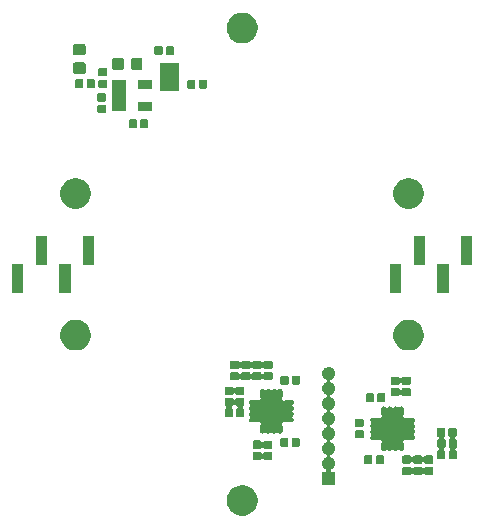
<source format=gbr>
G04 #@! TF.GenerationSoftware,KiCad,Pcbnew,5.1.5-52549c5~84~ubuntu18.04.1*
G04 #@! TF.CreationDate,2019-12-03T21:09:54-05:00*
G04 #@! TF.ProjectId,SwarmBot,53776172-6d42-46f7-942e-6b696361645f,rev?*
G04 #@! TF.SameCoordinates,Original*
G04 #@! TF.FileFunction,Soldermask,Top*
G04 #@! TF.FilePolarity,Negative*
%FSLAX46Y46*%
G04 Gerber Fmt 4.6, Leading zero omitted, Abs format (unit mm)*
G04 Created by KiCad (PCBNEW 5.1.5-52549c5~84~ubuntu18.04.1) date 2019-12-03 21:09:54*
%MOMM*%
%LPD*%
G04 APERTURE LIST*
%ADD10C,0.100000*%
G04 APERTURE END LIST*
D10*
G36*
X380187Y-18748996D02*
G01*
X616953Y-18847068D01*
X616955Y-18847069D01*
X830039Y-18989447D01*
X1011253Y-19170661D01*
X1153632Y-19383747D01*
X1251704Y-19620513D01*
X1301700Y-19871861D01*
X1301700Y-20128139D01*
X1251704Y-20379487D01*
X1153632Y-20616253D01*
X1153631Y-20616255D01*
X1011253Y-20829339D01*
X830039Y-21010553D01*
X616955Y-21152931D01*
X616954Y-21152932D01*
X616953Y-21152932D01*
X380187Y-21251004D01*
X128839Y-21301000D01*
X-127439Y-21301000D01*
X-378787Y-21251004D01*
X-615553Y-21152932D01*
X-615554Y-21152932D01*
X-615555Y-21152931D01*
X-828639Y-21010553D01*
X-1009853Y-20829339D01*
X-1152231Y-20616255D01*
X-1152232Y-20616253D01*
X-1250304Y-20379487D01*
X-1300300Y-20128139D01*
X-1300300Y-19871861D01*
X-1250304Y-19620513D01*
X-1152232Y-19383747D01*
X-1009853Y-19170661D01*
X-828639Y-18989447D01*
X-615555Y-18847069D01*
X-615553Y-18847068D01*
X-378787Y-18748996D01*
X-127439Y-18699000D01*
X128839Y-18699000D01*
X380187Y-18748996D01*
G37*
G36*
X7482921Y-8715774D02*
G01*
X7583195Y-8757309D01*
X7623311Y-8784114D01*
X7673442Y-8817610D01*
X7750190Y-8894358D01*
X7750191Y-8894360D01*
X7810491Y-8984605D01*
X7852026Y-9084879D01*
X7873200Y-9191330D01*
X7873200Y-9299870D01*
X7852026Y-9406321D01*
X7810491Y-9506595D01*
X7783445Y-9547072D01*
X7750190Y-9596842D01*
X7673442Y-9673590D01*
X7667783Y-9677371D01*
X7583195Y-9733891D01*
X7507811Y-9765116D01*
X7486200Y-9776667D01*
X7467259Y-9792212D01*
X7451713Y-9811154D01*
X7440162Y-9832765D01*
X7433049Y-9856214D01*
X7430647Y-9880600D01*
X7433049Y-9904986D01*
X7440162Y-9928435D01*
X7451713Y-9950046D01*
X7467258Y-9968987D01*
X7486200Y-9984533D01*
X7507811Y-9996084D01*
X7583195Y-10027309D01*
X7583196Y-10027310D01*
X7673442Y-10087610D01*
X7750190Y-10164358D01*
X7750191Y-10164360D01*
X7810491Y-10254605D01*
X7852026Y-10354879D01*
X7873200Y-10461330D01*
X7873200Y-10569870D01*
X7852026Y-10676321D01*
X7810491Y-10776595D01*
X7810490Y-10776596D01*
X7750190Y-10866842D01*
X7673442Y-10943590D01*
X7638499Y-10966938D01*
X7583195Y-11003891D01*
X7507811Y-11035116D01*
X7486200Y-11046667D01*
X7467259Y-11062212D01*
X7451713Y-11081154D01*
X7440162Y-11102765D01*
X7433049Y-11126214D01*
X7430647Y-11150600D01*
X7433049Y-11174986D01*
X7440162Y-11198435D01*
X7451713Y-11220046D01*
X7467258Y-11238987D01*
X7486200Y-11254533D01*
X7507811Y-11266084D01*
X7583195Y-11297309D01*
X7583196Y-11297310D01*
X7673442Y-11357610D01*
X7750190Y-11434358D01*
X7761069Y-11450640D01*
X7810491Y-11524605D01*
X7852026Y-11624879D01*
X7873200Y-11731330D01*
X7873200Y-11839870D01*
X7852026Y-11946321D01*
X7810491Y-12046595D01*
X7796572Y-12067426D01*
X7750190Y-12136842D01*
X7673442Y-12213590D01*
X7640620Y-12235521D01*
X7583195Y-12273891D01*
X7507811Y-12305116D01*
X7486200Y-12316667D01*
X7467259Y-12332212D01*
X7451713Y-12351154D01*
X7440162Y-12372765D01*
X7433049Y-12396214D01*
X7430647Y-12420600D01*
X7433049Y-12444986D01*
X7440162Y-12468435D01*
X7451713Y-12490046D01*
X7467258Y-12508987D01*
X7486200Y-12524533D01*
X7507811Y-12536084D01*
X7583195Y-12567309D01*
X7583196Y-12567310D01*
X7673442Y-12627610D01*
X7750190Y-12704358D01*
X7750191Y-12704360D01*
X7810491Y-12794605D01*
X7852026Y-12894879D01*
X7873200Y-13001330D01*
X7873200Y-13109870D01*
X7852026Y-13216321D01*
X7810491Y-13316595D01*
X7810490Y-13316596D01*
X7750190Y-13406842D01*
X7673442Y-13483590D01*
X7652275Y-13497733D01*
X7583195Y-13543891D01*
X7507811Y-13575116D01*
X7486200Y-13586667D01*
X7467259Y-13602212D01*
X7451713Y-13621154D01*
X7440162Y-13642765D01*
X7433049Y-13666214D01*
X7430647Y-13690600D01*
X7433049Y-13714986D01*
X7440162Y-13738435D01*
X7451713Y-13760046D01*
X7467258Y-13778987D01*
X7486200Y-13794533D01*
X7507811Y-13806084D01*
X7583195Y-13837309D01*
X7607118Y-13853294D01*
X7673442Y-13897610D01*
X7750190Y-13974358D01*
X7750191Y-13974360D01*
X7810491Y-14064605D01*
X7852026Y-14164879D01*
X7873200Y-14271330D01*
X7873200Y-14379870D01*
X7852026Y-14486321D01*
X7810491Y-14586595D01*
X7791297Y-14615320D01*
X7750190Y-14676842D01*
X7673442Y-14753590D01*
X7651207Y-14768447D01*
X7583195Y-14813891D01*
X7507811Y-14845116D01*
X7486200Y-14856667D01*
X7467259Y-14872212D01*
X7451713Y-14891154D01*
X7440162Y-14912765D01*
X7433049Y-14936214D01*
X7430647Y-14960600D01*
X7433049Y-14984986D01*
X7440162Y-15008435D01*
X7451713Y-15030046D01*
X7467258Y-15048987D01*
X7486200Y-15064533D01*
X7507811Y-15076084D01*
X7583195Y-15107309D01*
X7583196Y-15107310D01*
X7673442Y-15167610D01*
X7750190Y-15244358D01*
X7750191Y-15244360D01*
X7810491Y-15334605D01*
X7852026Y-15434879D01*
X7873200Y-15541330D01*
X7873200Y-15649870D01*
X7852026Y-15756321D01*
X7810491Y-15856595D01*
X7791645Y-15884800D01*
X7750190Y-15946842D01*
X7673442Y-16023590D01*
X7628012Y-16053945D01*
X7583195Y-16083891D01*
X7507811Y-16115116D01*
X7486200Y-16126667D01*
X7467259Y-16142212D01*
X7451713Y-16161154D01*
X7440162Y-16182765D01*
X7433049Y-16206214D01*
X7430647Y-16230600D01*
X7433049Y-16254986D01*
X7440162Y-16278435D01*
X7451713Y-16300046D01*
X7467258Y-16318987D01*
X7486200Y-16334533D01*
X7507811Y-16346084D01*
X7583195Y-16377309D01*
X7583196Y-16377310D01*
X7673442Y-16437610D01*
X7750190Y-16514358D01*
X7778578Y-16556844D01*
X7810491Y-16604605D01*
X7852026Y-16704879D01*
X7873200Y-16811330D01*
X7873200Y-16919870D01*
X7852026Y-17026321D01*
X7810491Y-17126595D01*
X7786350Y-17162724D01*
X7750190Y-17216842D01*
X7673442Y-17293590D01*
X7642016Y-17314588D01*
X7580536Y-17355668D01*
X7561594Y-17371214D01*
X7546049Y-17390156D01*
X7534498Y-17411767D01*
X7527385Y-17435215D01*
X7524983Y-17459602D01*
X7527385Y-17483988D01*
X7534498Y-17507437D01*
X7546049Y-17529047D01*
X7561595Y-17547989D01*
X7580537Y-17563534D01*
X7602148Y-17575085D01*
X7625596Y-17582198D01*
X7649982Y-17584600D01*
X7873200Y-17584600D01*
X7873200Y-18686600D01*
X6771200Y-18686600D01*
X6771200Y-17584600D01*
X6994418Y-17584600D01*
X7018804Y-17582198D01*
X7042253Y-17575085D01*
X7063864Y-17563534D01*
X7082806Y-17547989D01*
X7098351Y-17529047D01*
X7109902Y-17507436D01*
X7117015Y-17483987D01*
X7119417Y-17459601D01*
X7117015Y-17435215D01*
X7109902Y-17411766D01*
X7098351Y-17390155D01*
X7082806Y-17371213D01*
X7063864Y-17355668D01*
X7002384Y-17314588D01*
X6970958Y-17293590D01*
X6894210Y-17216842D01*
X6858050Y-17162724D01*
X6833909Y-17126595D01*
X6792374Y-17026321D01*
X6771200Y-16919870D01*
X6771200Y-16811330D01*
X6792374Y-16704879D01*
X6833909Y-16604605D01*
X6865822Y-16556844D01*
X6894210Y-16514358D01*
X6970958Y-16437610D01*
X7061204Y-16377310D01*
X7061205Y-16377309D01*
X7136589Y-16346084D01*
X7158200Y-16334533D01*
X7177141Y-16318988D01*
X7192687Y-16300046D01*
X7204238Y-16278435D01*
X7211351Y-16254986D01*
X7213753Y-16230600D01*
X7211351Y-16206214D01*
X7204238Y-16182765D01*
X7192687Y-16161154D01*
X7177142Y-16142213D01*
X7158200Y-16126667D01*
X7136589Y-16115116D01*
X7061205Y-16083891D01*
X7016388Y-16053945D01*
X6970958Y-16023590D01*
X6894210Y-15946842D01*
X6852755Y-15884800D01*
X6833909Y-15856595D01*
X6792374Y-15756321D01*
X6771200Y-15649870D01*
X6771200Y-15541330D01*
X6792374Y-15434879D01*
X6833909Y-15334605D01*
X6894209Y-15244360D01*
X6894210Y-15244358D01*
X6970958Y-15167610D01*
X7061204Y-15107310D01*
X7061205Y-15107309D01*
X7136589Y-15076084D01*
X7158200Y-15064533D01*
X7177141Y-15048988D01*
X7192687Y-15030046D01*
X7204238Y-15008435D01*
X7211351Y-14984986D01*
X7213753Y-14960600D01*
X7211351Y-14936214D01*
X7204238Y-14912765D01*
X7192687Y-14891154D01*
X7177142Y-14872213D01*
X7158200Y-14856667D01*
X7136589Y-14845116D01*
X7061205Y-14813891D01*
X6993193Y-14768447D01*
X6970958Y-14753590D01*
X6894210Y-14676842D01*
X6853103Y-14615320D01*
X6833909Y-14586595D01*
X6792374Y-14486321D01*
X6771200Y-14379870D01*
X6771200Y-14271330D01*
X6792374Y-14164879D01*
X6833909Y-14064605D01*
X6894209Y-13974360D01*
X6894210Y-13974358D01*
X6970958Y-13897610D01*
X7037282Y-13853294D01*
X7061205Y-13837309D01*
X7136589Y-13806084D01*
X7158200Y-13794533D01*
X7177141Y-13778988D01*
X7192687Y-13760046D01*
X7204238Y-13738435D01*
X7211351Y-13714986D01*
X7213753Y-13690600D01*
X7211351Y-13666214D01*
X7204238Y-13642765D01*
X7192687Y-13621154D01*
X7177142Y-13602213D01*
X7158200Y-13586667D01*
X7136589Y-13575116D01*
X7061205Y-13543891D01*
X6992125Y-13497733D01*
X6970958Y-13483590D01*
X6894210Y-13406842D01*
X6833910Y-13316596D01*
X6833909Y-13316595D01*
X6792374Y-13216321D01*
X6771200Y-13109870D01*
X6771200Y-13001330D01*
X6792374Y-12894879D01*
X6833909Y-12794605D01*
X6894209Y-12704360D01*
X6894210Y-12704358D01*
X6970958Y-12627610D01*
X7061204Y-12567310D01*
X7061205Y-12567309D01*
X7136589Y-12536084D01*
X7158200Y-12524533D01*
X7177141Y-12508988D01*
X7192687Y-12490046D01*
X7204238Y-12468435D01*
X7211351Y-12444986D01*
X7213753Y-12420600D01*
X7211351Y-12396214D01*
X7204238Y-12372765D01*
X7192687Y-12351154D01*
X7177142Y-12332213D01*
X7158200Y-12316667D01*
X7136589Y-12305116D01*
X7061205Y-12273891D01*
X7003780Y-12235521D01*
X6970958Y-12213590D01*
X6894210Y-12136842D01*
X6847828Y-12067426D01*
X6833909Y-12046595D01*
X6792374Y-11946321D01*
X6771200Y-11839870D01*
X6771200Y-11731330D01*
X6792374Y-11624879D01*
X6833909Y-11524605D01*
X6883331Y-11450640D01*
X6894210Y-11434358D01*
X6970958Y-11357610D01*
X7061204Y-11297310D01*
X7061205Y-11297309D01*
X7136589Y-11266084D01*
X7158200Y-11254533D01*
X7177141Y-11238988D01*
X7192687Y-11220046D01*
X7204238Y-11198435D01*
X7211351Y-11174986D01*
X7213753Y-11150600D01*
X7211351Y-11126214D01*
X7204238Y-11102765D01*
X7192687Y-11081154D01*
X7177142Y-11062213D01*
X7158200Y-11046667D01*
X7136589Y-11035116D01*
X7061205Y-11003891D01*
X7005901Y-10966938D01*
X6970958Y-10943590D01*
X6894210Y-10866842D01*
X6833910Y-10776596D01*
X6833909Y-10776595D01*
X6792374Y-10676321D01*
X6771200Y-10569870D01*
X6771200Y-10461330D01*
X6792374Y-10354879D01*
X6833909Y-10254605D01*
X6894209Y-10164360D01*
X6894210Y-10164358D01*
X6970958Y-10087610D01*
X7061204Y-10027310D01*
X7061205Y-10027309D01*
X7136589Y-9996084D01*
X7158200Y-9984533D01*
X7177141Y-9968988D01*
X7192687Y-9950046D01*
X7204238Y-9928435D01*
X7211351Y-9904986D01*
X7213753Y-9880600D01*
X7211351Y-9856214D01*
X7204238Y-9832765D01*
X7192687Y-9811154D01*
X7177142Y-9792213D01*
X7158200Y-9776667D01*
X7136589Y-9765116D01*
X7061205Y-9733891D01*
X6976617Y-9677371D01*
X6970958Y-9673590D01*
X6894210Y-9596842D01*
X6860955Y-9547072D01*
X6833909Y-9506595D01*
X6792374Y-9406321D01*
X6771200Y-9299870D01*
X6771200Y-9191330D01*
X6792374Y-9084879D01*
X6833909Y-8984605D01*
X6894209Y-8894360D01*
X6894210Y-8894358D01*
X6970958Y-8817610D01*
X7021089Y-8784114D01*
X7061205Y-8757309D01*
X7161479Y-8715774D01*
X7267930Y-8694600D01*
X7376470Y-8694600D01*
X7482921Y-8715774D01*
G37*
G36*
X16095978Y-17162116D02*
G01*
X16116597Y-17168371D01*
X16135593Y-17178524D01*
X16152248Y-17192192D01*
X16165916Y-17208847D01*
X16176069Y-17227843D01*
X16182324Y-17248462D01*
X16185040Y-17276040D01*
X16185040Y-17734760D01*
X16182324Y-17762338D01*
X16176069Y-17782957D01*
X16165916Y-17801953D01*
X16152248Y-17818608D01*
X16135593Y-17832276D01*
X16116597Y-17842429D01*
X16095978Y-17848684D01*
X16068400Y-17851400D01*
X15559680Y-17851400D01*
X15532102Y-17848684D01*
X15511483Y-17842429D01*
X15492487Y-17832276D01*
X15475832Y-17818608D01*
X15462166Y-17801954D01*
X15453003Y-17784813D01*
X15439389Y-17764439D01*
X15422061Y-17747113D01*
X15401687Y-17733499D01*
X15379048Y-17724123D01*
X15355014Y-17719343D01*
X15330510Y-17719343D01*
X15306477Y-17724124D01*
X15283838Y-17733502D01*
X15263464Y-17747116D01*
X15246138Y-17764444D01*
X15232526Y-17784815D01*
X15221034Y-17806315D01*
X15207368Y-17822968D01*
X15190713Y-17836636D01*
X15171717Y-17846789D01*
X15151098Y-17853044D01*
X15123520Y-17855760D01*
X14614800Y-17855760D01*
X14587222Y-17853044D01*
X14566603Y-17846789D01*
X14547607Y-17836636D01*
X14530952Y-17822968D01*
X14517286Y-17806314D01*
X14507225Y-17787493D01*
X14493611Y-17767119D01*
X14476283Y-17749793D01*
X14455909Y-17736179D01*
X14433270Y-17726803D01*
X14409236Y-17722023D01*
X14384732Y-17722023D01*
X14360699Y-17726804D01*
X14338060Y-17736182D01*
X14317686Y-17749796D01*
X14300360Y-17767124D01*
X14286748Y-17787495D01*
X14276154Y-17807315D01*
X14262488Y-17823968D01*
X14245833Y-17837636D01*
X14226837Y-17847789D01*
X14206218Y-17854044D01*
X14178640Y-17856760D01*
X13669920Y-17856760D01*
X13642342Y-17854044D01*
X13621723Y-17847789D01*
X13602727Y-17837636D01*
X13586072Y-17823968D01*
X13572404Y-17807313D01*
X13562251Y-17788317D01*
X13555996Y-17767698D01*
X13553280Y-17740120D01*
X13553280Y-17281400D01*
X13555996Y-17253822D01*
X13562251Y-17233203D01*
X13572404Y-17214207D01*
X13586072Y-17197552D01*
X13602727Y-17183884D01*
X13621723Y-17173731D01*
X13642342Y-17167476D01*
X13669920Y-17164760D01*
X14178640Y-17164760D01*
X14206218Y-17167476D01*
X14226837Y-17173731D01*
X14245833Y-17183884D01*
X14262488Y-17197552D01*
X14276154Y-17214206D01*
X14286215Y-17233027D01*
X14299829Y-17253401D01*
X14317157Y-17270727D01*
X14337531Y-17284341D01*
X14360170Y-17293717D01*
X14384204Y-17298497D01*
X14408708Y-17298497D01*
X14432741Y-17293716D01*
X14455380Y-17284338D01*
X14475754Y-17270724D01*
X14493080Y-17253396D01*
X14506692Y-17233025D01*
X14517286Y-17213205D01*
X14530952Y-17196552D01*
X14547607Y-17182884D01*
X14566603Y-17172731D01*
X14587222Y-17166476D01*
X14614800Y-17163760D01*
X15123520Y-17163760D01*
X15151098Y-17166476D01*
X15171717Y-17172731D01*
X15190713Y-17182884D01*
X15207368Y-17196552D01*
X15221034Y-17213206D01*
X15230197Y-17230347D01*
X15243811Y-17250721D01*
X15261139Y-17268047D01*
X15281513Y-17281661D01*
X15304152Y-17291037D01*
X15328186Y-17295817D01*
X15352690Y-17295817D01*
X15376723Y-17291036D01*
X15399362Y-17281658D01*
X15419736Y-17268044D01*
X15437062Y-17250716D01*
X15450674Y-17230345D01*
X15462166Y-17208845D01*
X15475832Y-17192192D01*
X15492487Y-17178524D01*
X15511483Y-17168371D01*
X15532102Y-17162116D01*
X15559680Y-17159400D01*
X16068400Y-17159400D01*
X16095978Y-17162116D01*
G37*
G36*
X10940178Y-16187436D02*
G01*
X10960797Y-16193691D01*
X10979793Y-16203844D01*
X10996448Y-16217512D01*
X11010116Y-16234167D01*
X11020269Y-16253163D01*
X11026524Y-16273782D01*
X11029240Y-16301360D01*
X11029240Y-16810080D01*
X11026524Y-16837658D01*
X11020269Y-16858277D01*
X11010116Y-16877273D01*
X10996448Y-16893928D01*
X10979793Y-16907596D01*
X10960797Y-16917749D01*
X10940178Y-16924004D01*
X10912600Y-16926720D01*
X10453880Y-16926720D01*
X10426302Y-16924004D01*
X10405683Y-16917749D01*
X10386687Y-16907596D01*
X10370032Y-16893928D01*
X10356364Y-16877273D01*
X10346211Y-16858277D01*
X10339956Y-16837658D01*
X10337240Y-16810080D01*
X10337240Y-16301360D01*
X10339956Y-16273782D01*
X10346211Y-16253163D01*
X10356364Y-16234167D01*
X10370032Y-16217512D01*
X10386687Y-16203844D01*
X10405683Y-16193691D01*
X10426302Y-16187436D01*
X10453880Y-16184720D01*
X10912600Y-16184720D01*
X10940178Y-16187436D01*
G37*
G36*
X11910178Y-16187436D02*
G01*
X11930797Y-16193691D01*
X11949793Y-16203844D01*
X11966448Y-16217512D01*
X11980116Y-16234167D01*
X11990269Y-16253163D01*
X11996524Y-16273782D01*
X11999240Y-16301360D01*
X11999240Y-16810080D01*
X11996524Y-16837658D01*
X11990269Y-16858277D01*
X11980116Y-16877273D01*
X11966448Y-16893928D01*
X11949793Y-16907596D01*
X11930797Y-16917749D01*
X11910178Y-16924004D01*
X11882600Y-16926720D01*
X11423880Y-16926720D01*
X11396302Y-16924004D01*
X11375683Y-16917749D01*
X11356687Y-16907596D01*
X11340032Y-16893928D01*
X11326364Y-16877273D01*
X11316211Y-16858277D01*
X11309956Y-16837658D01*
X11307240Y-16810080D01*
X11307240Y-16301360D01*
X11309956Y-16273782D01*
X11316211Y-16253163D01*
X11326364Y-16234167D01*
X11340032Y-16217512D01*
X11356687Y-16203844D01*
X11375683Y-16193691D01*
X11396302Y-16187436D01*
X11423880Y-16184720D01*
X11882600Y-16184720D01*
X11910178Y-16187436D01*
G37*
G36*
X16095978Y-16192116D02*
G01*
X16116597Y-16198371D01*
X16135593Y-16208524D01*
X16152248Y-16222192D01*
X16165916Y-16238847D01*
X16176069Y-16257843D01*
X16182324Y-16278462D01*
X16185040Y-16306040D01*
X16185040Y-16764760D01*
X16182324Y-16792338D01*
X16176069Y-16812957D01*
X16165916Y-16831953D01*
X16152248Y-16848608D01*
X16135593Y-16862276D01*
X16116597Y-16872429D01*
X16095978Y-16878684D01*
X16068400Y-16881400D01*
X15559680Y-16881400D01*
X15532102Y-16878684D01*
X15511483Y-16872429D01*
X15492487Y-16862276D01*
X15475832Y-16848608D01*
X15462166Y-16831954D01*
X15453003Y-16814813D01*
X15439389Y-16794439D01*
X15422061Y-16777113D01*
X15401687Y-16763499D01*
X15379048Y-16754123D01*
X15355014Y-16749343D01*
X15330510Y-16749343D01*
X15306477Y-16754124D01*
X15283838Y-16763502D01*
X15263464Y-16777116D01*
X15246138Y-16794444D01*
X15232526Y-16814815D01*
X15221034Y-16836315D01*
X15207368Y-16852968D01*
X15190713Y-16866636D01*
X15171717Y-16876789D01*
X15151098Y-16883044D01*
X15123520Y-16885760D01*
X14614800Y-16885760D01*
X14587222Y-16883044D01*
X14566603Y-16876789D01*
X14547607Y-16866636D01*
X14530952Y-16852968D01*
X14517286Y-16836314D01*
X14507225Y-16817493D01*
X14493611Y-16797119D01*
X14476283Y-16779793D01*
X14455909Y-16766179D01*
X14433270Y-16756803D01*
X14409236Y-16752023D01*
X14384732Y-16752023D01*
X14360699Y-16756804D01*
X14338060Y-16766182D01*
X14317686Y-16779796D01*
X14300360Y-16797124D01*
X14286748Y-16817495D01*
X14276154Y-16837315D01*
X14262488Y-16853968D01*
X14245833Y-16867636D01*
X14226837Y-16877789D01*
X14206218Y-16884044D01*
X14178640Y-16886760D01*
X13669920Y-16886760D01*
X13642342Y-16884044D01*
X13621723Y-16877789D01*
X13602727Y-16867636D01*
X13586072Y-16853968D01*
X13572404Y-16837313D01*
X13562251Y-16818317D01*
X13555996Y-16797698D01*
X13553280Y-16770120D01*
X13553280Y-16311400D01*
X13555996Y-16283822D01*
X13562251Y-16263203D01*
X13572404Y-16244207D01*
X13586072Y-16227552D01*
X13602727Y-16213884D01*
X13621723Y-16203731D01*
X13642342Y-16197476D01*
X13669920Y-16194760D01*
X14178640Y-16194760D01*
X14206218Y-16197476D01*
X14226837Y-16203731D01*
X14245833Y-16213884D01*
X14262488Y-16227552D01*
X14276154Y-16244206D01*
X14286215Y-16263027D01*
X14299829Y-16283401D01*
X14317157Y-16300727D01*
X14337531Y-16314341D01*
X14360170Y-16323717D01*
X14384204Y-16328497D01*
X14408708Y-16328497D01*
X14432741Y-16323716D01*
X14455380Y-16314338D01*
X14475754Y-16300724D01*
X14493080Y-16283396D01*
X14506692Y-16263025D01*
X14517286Y-16243205D01*
X14530952Y-16226552D01*
X14547607Y-16212884D01*
X14566603Y-16202731D01*
X14587222Y-16196476D01*
X14614800Y-16193760D01*
X15123520Y-16193760D01*
X15151098Y-16196476D01*
X15171717Y-16202731D01*
X15190713Y-16212884D01*
X15207368Y-16226552D01*
X15221034Y-16243206D01*
X15230197Y-16260347D01*
X15243811Y-16280721D01*
X15261139Y-16298047D01*
X15281513Y-16311661D01*
X15304152Y-16321037D01*
X15328186Y-16325817D01*
X15352690Y-16325817D01*
X15376723Y-16321036D01*
X15399362Y-16311658D01*
X15419736Y-16298044D01*
X15437062Y-16280716D01*
X15450674Y-16260345D01*
X15462166Y-16238845D01*
X15475832Y-16222192D01*
X15492487Y-16208524D01*
X15511483Y-16198371D01*
X15532102Y-16192116D01*
X15559680Y-16189400D01*
X16068400Y-16189400D01*
X16095978Y-16192116D01*
G37*
G36*
X1531938Y-15896716D02*
G01*
X1552557Y-15902971D01*
X1571553Y-15913124D01*
X1588208Y-15926792D01*
X1601874Y-15943446D01*
X1611517Y-15961485D01*
X1625131Y-15981859D01*
X1642459Y-15999185D01*
X1662833Y-16012799D01*
X1685472Y-16022175D01*
X1709506Y-16026955D01*
X1734010Y-16026955D01*
X1758043Y-16022174D01*
X1780682Y-16012796D01*
X1801056Y-15999182D01*
X1818382Y-15981854D01*
X1831994Y-15961482D01*
X1837465Y-15951247D01*
X1851132Y-15934592D01*
X1867787Y-15920924D01*
X1886783Y-15910771D01*
X1907402Y-15904516D01*
X1934980Y-15901800D01*
X2443700Y-15901800D01*
X2471278Y-15904516D01*
X2491897Y-15910771D01*
X2510893Y-15920924D01*
X2527548Y-15934592D01*
X2541216Y-15951247D01*
X2551369Y-15970243D01*
X2557624Y-15990862D01*
X2560340Y-16018440D01*
X2560340Y-16477160D01*
X2557624Y-16504738D01*
X2551369Y-16525357D01*
X2541216Y-16544353D01*
X2527548Y-16561008D01*
X2510893Y-16574676D01*
X2491897Y-16584829D01*
X2471278Y-16591084D01*
X2443700Y-16593800D01*
X1934980Y-16593800D01*
X1907402Y-16591084D01*
X1886783Y-16584829D01*
X1867787Y-16574676D01*
X1851132Y-16561008D01*
X1837466Y-16544354D01*
X1827823Y-16526315D01*
X1814209Y-16505941D01*
X1796881Y-16488615D01*
X1776507Y-16475001D01*
X1753868Y-16465625D01*
X1729834Y-16460845D01*
X1705330Y-16460845D01*
X1681297Y-16465626D01*
X1658658Y-16475004D01*
X1638284Y-16488618D01*
X1620958Y-16505946D01*
X1607346Y-16526318D01*
X1601875Y-16536553D01*
X1588208Y-16553208D01*
X1571553Y-16566876D01*
X1552557Y-16577029D01*
X1531938Y-16583284D01*
X1504360Y-16586000D01*
X995640Y-16586000D01*
X968062Y-16583284D01*
X947443Y-16577029D01*
X928447Y-16566876D01*
X911792Y-16553208D01*
X898124Y-16536553D01*
X887971Y-16517557D01*
X881716Y-16496938D01*
X879000Y-16469360D01*
X879000Y-16010640D01*
X881716Y-15983062D01*
X887971Y-15962443D01*
X898124Y-15943447D01*
X911792Y-15926792D01*
X928447Y-15913124D01*
X947443Y-15902971D01*
X968062Y-15896716D01*
X995640Y-15894000D01*
X1504360Y-15894000D01*
X1531938Y-15896716D01*
G37*
G36*
X17092338Y-13876036D02*
G01*
X17112957Y-13882291D01*
X17131953Y-13892444D01*
X17148608Y-13906112D01*
X17162276Y-13922767D01*
X17172429Y-13941763D01*
X17178684Y-13962382D01*
X17181400Y-13989960D01*
X17181400Y-14498680D01*
X17178684Y-14526258D01*
X17172429Y-14546877D01*
X17162276Y-14565873D01*
X17148608Y-14582528D01*
X17131953Y-14596195D01*
X17130154Y-14597157D01*
X17109780Y-14610771D01*
X17092453Y-14628098D01*
X17078840Y-14648472D01*
X17069463Y-14671111D01*
X17064683Y-14695145D01*
X17064683Y-14719649D01*
X17069464Y-14743682D01*
X17078842Y-14766321D01*
X17092456Y-14786695D01*
X17109783Y-14804022D01*
X17130157Y-14817635D01*
X17152793Y-14827011D01*
X17153314Y-14827169D01*
X17172313Y-14837324D01*
X17188968Y-14850992D01*
X17202636Y-14867647D01*
X17212789Y-14886643D01*
X17219044Y-14907262D01*
X17221760Y-14934840D01*
X17221760Y-15443560D01*
X17219044Y-15471138D01*
X17212789Y-15491757D01*
X17202636Y-15510753D01*
X17188968Y-15527408D01*
X17172313Y-15541076D01*
X17144606Y-15555886D01*
X17140111Y-15557748D01*
X17119737Y-15571363D01*
X17102411Y-15588691D01*
X17088799Y-15609066D01*
X17079423Y-15631706D01*
X17074644Y-15655739D01*
X17074646Y-15680243D01*
X17079428Y-15704276D01*
X17088807Y-15726914D01*
X17102422Y-15747288D01*
X17119750Y-15764614D01*
X17140118Y-15778222D01*
X17157073Y-15787285D01*
X17173728Y-15800952D01*
X17187396Y-15817607D01*
X17197549Y-15836603D01*
X17203804Y-15857222D01*
X17206520Y-15884800D01*
X17206520Y-16393520D01*
X17203804Y-16421098D01*
X17197549Y-16441717D01*
X17187396Y-16460713D01*
X17173728Y-16477368D01*
X17157073Y-16491036D01*
X17138077Y-16501189D01*
X17117458Y-16507444D01*
X17089880Y-16510160D01*
X16631160Y-16510160D01*
X16603582Y-16507444D01*
X16582963Y-16501189D01*
X16563967Y-16491036D01*
X16547312Y-16477368D01*
X16533644Y-16460713D01*
X16523491Y-16441717D01*
X16517236Y-16421098D01*
X16514520Y-16393520D01*
X16514520Y-15884800D01*
X16517236Y-15857222D01*
X16523491Y-15836603D01*
X16533644Y-15817607D01*
X16547312Y-15800952D01*
X16563967Y-15787284D01*
X16591674Y-15772474D01*
X16596169Y-15770612D01*
X16616543Y-15756997D01*
X16633869Y-15739669D01*
X16647481Y-15719294D01*
X16656857Y-15696654D01*
X16661636Y-15672621D01*
X16661634Y-15648117D01*
X16656852Y-15624084D01*
X16647473Y-15601446D01*
X16633858Y-15581072D01*
X16616530Y-15563746D01*
X16596162Y-15550138D01*
X16579207Y-15541075D01*
X16562552Y-15527408D01*
X16548884Y-15510753D01*
X16538731Y-15491757D01*
X16532476Y-15471138D01*
X16529760Y-15443560D01*
X16529760Y-14934840D01*
X16532476Y-14907262D01*
X16538731Y-14886643D01*
X16548884Y-14867647D01*
X16562552Y-14850992D01*
X16579207Y-14837325D01*
X16581006Y-14836363D01*
X16601380Y-14822749D01*
X16618707Y-14805422D01*
X16632320Y-14785048D01*
X16641697Y-14762409D01*
X16646477Y-14738375D01*
X16646477Y-14713871D01*
X16641696Y-14689838D01*
X16632318Y-14667199D01*
X16618704Y-14646825D01*
X16601377Y-14629498D01*
X16581003Y-14615885D01*
X16558367Y-14606509D01*
X16557846Y-14606351D01*
X16538847Y-14596196D01*
X16522192Y-14582528D01*
X16508524Y-14565873D01*
X16498371Y-14546877D01*
X16492116Y-14526258D01*
X16489400Y-14498680D01*
X16489400Y-13989960D01*
X16492116Y-13962382D01*
X16498371Y-13941763D01*
X16508524Y-13922767D01*
X16522192Y-13906112D01*
X16538847Y-13892444D01*
X16557843Y-13882291D01*
X16578462Y-13876036D01*
X16606040Y-13873320D01*
X17064760Y-13873320D01*
X17092338Y-13876036D01*
G37*
G36*
X18062338Y-13876036D02*
G01*
X18082957Y-13882291D01*
X18101953Y-13892444D01*
X18118608Y-13906112D01*
X18132276Y-13922767D01*
X18142429Y-13941763D01*
X18148684Y-13962382D01*
X18151400Y-13989960D01*
X18151400Y-14498680D01*
X18148684Y-14526258D01*
X18142429Y-14546877D01*
X18132276Y-14565873D01*
X18118608Y-14582528D01*
X18101953Y-14596195D01*
X18100154Y-14597157D01*
X18079780Y-14610771D01*
X18062453Y-14628098D01*
X18048840Y-14648472D01*
X18039463Y-14671111D01*
X18034683Y-14695145D01*
X18034683Y-14719649D01*
X18039464Y-14743682D01*
X18048842Y-14766321D01*
X18062456Y-14786695D01*
X18079783Y-14804022D01*
X18100157Y-14817635D01*
X18122793Y-14827011D01*
X18123314Y-14827169D01*
X18142313Y-14837324D01*
X18158968Y-14850992D01*
X18172636Y-14867647D01*
X18182789Y-14886643D01*
X18189044Y-14907262D01*
X18191760Y-14934840D01*
X18191760Y-15443560D01*
X18189044Y-15471138D01*
X18182789Y-15491757D01*
X18172636Y-15510753D01*
X18158968Y-15527408D01*
X18142313Y-15541076D01*
X18114606Y-15555886D01*
X18110111Y-15557748D01*
X18089737Y-15571363D01*
X18072411Y-15588691D01*
X18058799Y-15609066D01*
X18049423Y-15631706D01*
X18044644Y-15655739D01*
X18044646Y-15680243D01*
X18049428Y-15704276D01*
X18058807Y-15726914D01*
X18072422Y-15747288D01*
X18089750Y-15764614D01*
X18110118Y-15778222D01*
X18127073Y-15787285D01*
X18143728Y-15800952D01*
X18157396Y-15817607D01*
X18167549Y-15836603D01*
X18173804Y-15857222D01*
X18176520Y-15884800D01*
X18176520Y-16393520D01*
X18173804Y-16421098D01*
X18167549Y-16441717D01*
X18157396Y-16460713D01*
X18143728Y-16477368D01*
X18127073Y-16491036D01*
X18108077Y-16501189D01*
X18087458Y-16507444D01*
X18059880Y-16510160D01*
X17601160Y-16510160D01*
X17573582Y-16507444D01*
X17552963Y-16501189D01*
X17533967Y-16491036D01*
X17517312Y-16477368D01*
X17503644Y-16460713D01*
X17493491Y-16441717D01*
X17487236Y-16421098D01*
X17484520Y-16393520D01*
X17484520Y-15884800D01*
X17487236Y-15857222D01*
X17493491Y-15836603D01*
X17503644Y-15817607D01*
X17517312Y-15800952D01*
X17533967Y-15787284D01*
X17561674Y-15772474D01*
X17566169Y-15770612D01*
X17586543Y-15756997D01*
X17603869Y-15739669D01*
X17617481Y-15719294D01*
X17626857Y-15696654D01*
X17631636Y-15672621D01*
X17631634Y-15648117D01*
X17626852Y-15624084D01*
X17617473Y-15601446D01*
X17603858Y-15581072D01*
X17586530Y-15563746D01*
X17566162Y-15550138D01*
X17549207Y-15541075D01*
X17532552Y-15527408D01*
X17518884Y-15510753D01*
X17508731Y-15491757D01*
X17502476Y-15471138D01*
X17499760Y-15443560D01*
X17499760Y-14934840D01*
X17502476Y-14907262D01*
X17508731Y-14886643D01*
X17518884Y-14867647D01*
X17532552Y-14850992D01*
X17549207Y-14837325D01*
X17551006Y-14836363D01*
X17571380Y-14822749D01*
X17588707Y-14805422D01*
X17602320Y-14785048D01*
X17611697Y-14762409D01*
X17616477Y-14738375D01*
X17616477Y-14713871D01*
X17611696Y-14689838D01*
X17602318Y-14667199D01*
X17588704Y-14646825D01*
X17571377Y-14629498D01*
X17551003Y-14615885D01*
X17528367Y-14606509D01*
X17527846Y-14606351D01*
X17508847Y-14596196D01*
X17492192Y-14582528D01*
X17478524Y-14565873D01*
X17468371Y-14546877D01*
X17462116Y-14526258D01*
X17459400Y-14498680D01*
X17459400Y-13989960D01*
X17462116Y-13962382D01*
X17468371Y-13941763D01*
X17478524Y-13922767D01*
X17492192Y-13906112D01*
X17508847Y-13892444D01*
X17527843Y-13882291D01*
X17548462Y-13876036D01*
X17576040Y-13873320D01*
X18034760Y-13873320D01*
X18062338Y-13876036D01*
G37*
G36*
X12024281Y-12037268D02*
G01*
X12040166Y-12042087D01*
X12062171Y-12048762D01*
X12097090Y-12067426D01*
X12127696Y-12092544D01*
X12138259Y-12105415D01*
X12155582Y-12122738D01*
X12175957Y-12136352D01*
X12198595Y-12145730D01*
X12222629Y-12150510D01*
X12247133Y-12150510D01*
X12271166Y-12145730D01*
X12293805Y-12136352D01*
X12314179Y-12122739D01*
X12331497Y-12105421D01*
X12342065Y-12092544D01*
X12372671Y-12067426D01*
X12407590Y-12048762D01*
X12429595Y-12042087D01*
X12445480Y-12037268D01*
X12480576Y-12033812D01*
X12484880Y-12033388D01*
X12484881Y-12033388D01*
X12524281Y-12037268D01*
X12540166Y-12042087D01*
X12562171Y-12048762D01*
X12597090Y-12067426D01*
X12627696Y-12092544D01*
X12638259Y-12105415D01*
X12655582Y-12122738D01*
X12675957Y-12136352D01*
X12698595Y-12145730D01*
X12722629Y-12150510D01*
X12747133Y-12150510D01*
X12771166Y-12145730D01*
X12793805Y-12136352D01*
X12814179Y-12122739D01*
X12831497Y-12105421D01*
X12842065Y-12092544D01*
X12872671Y-12067426D01*
X12907590Y-12048762D01*
X12929595Y-12042087D01*
X12945480Y-12037268D01*
X12980576Y-12033812D01*
X12984880Y-12033388D01*
X12984881Y-12033388D01*
X13024281Y-12037268D01*
X13040166Y-12042087D01*
X13062171Y-12048762D01*
X13097090Y-12067426D01*
X13127696Y-12092544D01*
X13138259Y-12105415D01*
X13155582Y-12122738D01*
X13175957Y-12136352D01*
X13198595Y-12145730D01*
X13222629Y-12150510D01*
X13247133Y-12150510D01*
X13271166Y-12145730D01*
X13293805Y-12136352D01*
X13314179Y-12122739D01*
X13331497Y-12105421D01*
X13342065Y-12092544D01*
X13372671Y-12067426D01*
X13407590Y-12048762D01*
X13429595Y-12042087D01*
X13445480Y-12037268D01*
X13480576Y-12033812D01*
X13484880Y-12033388D01*
X13484881Y-12033388D01*
X13524281Y-12037268D01*
X13540166Y-12042087D01*
X13562171Y-12048762D01*
X13597090Y-12067426D01*
X13627696Y-12092544D01*
X13652814Y-12123150D01*
X13671478Y-12158069D01*
X13676613Y-12174997D01*
X13682972Y-12195959D01*
X13685880Y-12225486D01*
X13685880Y-12695234D01*
X13682972Y-12724761D01*
X13682971Y-12724763D01*
X13671478Y-12762651D01*
X13652814Y-12797570D01*
X13652811Y-12797574D01*
X13651281Y-12800436D01*
X13641904Y-12823074D01*
X13637123Y-12847107D01*
X13637123Y-12871612D01*
X13641903Y-12895645D01*
X13651280Y-12918284D01*
X13664893Y-12938658D01*
X13682220Y-12955986D01*
X13702241Y-12969364D01*
X13706946Y-12978166D01*
X13722491Y-12997108D01*
X13741433Y-13012653D01*
X13763044Y-13024204D01*
X13786493Y-13031317D01*
X13810879Y-13033719D01*
X13835265Y-13031317D01*
X13858714Y-13024204D01*
X13869804Y-13018959D01*
X13872666Y-13017429D01*
X13872670Y-13017426D01*
X13907589Y-12998762D01*
X13910005Y-12998029D01*
X13945479Y-12987268D01*
X13975006Y-12984360D01*
X14444754Y-12984360D01*
X14474281Y-12987268D01*
X14493227Y-12993016D01*
X14512171Y-12998762D01*
X14547090Y-13017426D01*
X14577696Y-13042544D01*
X14602814Y-13073150D01*
X14616464Y-13098689D01*
X14621477Y-13108067D01*
X14632972Y-13145959D01*
X14636852Y-13185360D01*
X14632972Y-13224761D01*
X14629708Y-13235521D01*
X14621478Y-13262651D01*
X14602814Y-13297570D01*
X14577696Y-13328176D01*
X14564825Y-13338739D01*
X14547503Y-13356061D01*
X14533889Y-13376435D01*
X14524512Y-13399074D01*
X14519731Y-13423107D01*
X14519731Y-13447611D01*
X14524511Y-13471644D01*
X14533888Y-13494283D01*
X14547502Y-13514658D01*
X14564825Y-13531981D01*
X14577696Y-13542544D01*
X14602814Y-13573150D01*
X14621478Y-13608069D01*
X14624742Y-13618829D01*
X14632972Y-13645959D01*
X14636852Y-13685360D01*
X14632972Y-13724761D01*
X14631967Y-13728073D01*
X14621478Y-13762651D01*
X14602814Y-13797570D01*
X14577696Y-13828176D01*
X14564825Y-13838739D01*
X14547503Y-13856061D01*
X14533889Y-13876435D01*
X14524512Y-13899074D01*
X14519731Y-13923107D01*
X14519731Y-13947611D01*
X14524511Y-13971644D01*
X14533888Y-13994283D01*
X14547502Y-14014658D01*
X14564825Y-14031981D01*
X14577696Y-14042544D01*
X14602814Y-14073150D01*
X14619820Y-14104967D01*
X14621477Y-14108067D01*
X14632972Y-14145959D01*
X14636852Y-14185360D01*
X14632972Y-14224761D01*
X14629638Y-14235751D01*
X14621478Y-14262651D01*
X14602814Y-14297570D01*
X14577696Y-14328176D01*
X14564825Y-14338739D01*
X14547503Y-14356061D01*
X14533889Y-14376435D01*
X14524512Y-14399074D01*
X14519731Y-14423107D01*
X14519731Y-14447611D01*
X14524511Y-14471644D01*
X14533888Y-14494283D01*
X14547502Y-14514658D01*
X14564825Y-14531981D01*
X14577696Y-14542544D01*
X14602814Y-14573150D01*
X14621478Y-14608069D01*
X14623849Y-14615885D01*
X14632972Y-14645959D01*
X14636852Y-14685360D01*
X14632972Y-14724761D01*
X14630063Y-14734351D01*
X14621478Y-14762651D01*
X14602814Y-14797570D01*
X14577696Y-14828176D01*
X14547090Y-14853294D01*
X14512171Y-14871958D01*
X14496868Y-14876600D01*
X14474281Y-14883452D01*
X14444754Y-14886360D01*
X13975006Y-14886360D01*
X13945479Y-14883452D01*
X13907589Y-14871958D01*
X13907587Y-14871957D01*
X13872670Y-14853294D01*
X13872666Y-14853291D01*
X13869804Y-14851761D01*
X13847166Y-14842384D01*
X13823133Y-14837603D01*
X13798628Y-14837603D01*
X13774595Y-14842383D01*
X13751956Y-14851760D01*
X13731582Y-14865373D01*
X13714254Y-14882700D01*
X13700876Y-14902721D01*
X13692074Y-14907426D01*
X13673132Y-14922971D01*
X13657587Y-14941913D01*
X13646036Y-14963524D01*
X13638923Y-14986973D01*
X13636521Y-15011359D01*
X13638923Y-15035745D01*
X13646036Y-15059194D01*
X13651281Y-15070284D01*
X13652811Y-15073146D01*
X13652814Y-15073150D01*
X13669731Y-15104800D01*
X13671478Y-15108069D01*
X13682972Y-15145959D01*
X13685880Y-15175486D01*
X13685880Y-15645234D01*
X13682972Y-15674761D01*
X13682971Y-15674763D01*
X13671478Y-15712651D01*
X13652814Y-15747570D01*
X13627696Y-15778176D01*
X13597089Y-15803294D01*
X13562170Y-15821958D01*
X13543226Y-15827705D01*
X13524280Y-15833452D01*
X13489184Y-15836908D01*
X13484880Y-15837332D01*
X13484879Y-15837332D01*
X13445479Y-15833452D01*
X13426533Y-15827705D01*
X13407589Y-15821958D01*
X13372670Y-15803294D01*
X13342064Y-15778176D01*
X13331502Y-15765306D01*
X13314179Y-15747983D01*
X13293805Y-15734369D01*
X13271166Y-15724992D01*
X13247133Y-15720211D01*
X13222629Y-15720211D01*
X13198596Y-15724991D01*
X13175957Y-15734368D01*
X13155582Y-15747982D01*
X13138259Y-15765305D01*
X13127696Y-15778176D01*
X13097089Y-15803294D01*
X13062170Y-15821958D01*
X13043226Y-15827705D01*
X13024280Y-15833452D01*
X12989184Y-15836908D01*
X12984880Y-15837332D01*
X12984879Y-15837332D01*
X12945479Y-15833452D01*
X12926533Y-15827705D01*
X12907589Y-15821958D01*
X12872670Y-15803294D01*
X12842064Y-15778176D01*
X12831502Y-15765306D01*
X12814179Y-15747983D01*
X12793805Y-15734369D01*
X12771166Y-15724992D01*
X12747133Y-15720211D01*
X12722629Y-15720211D01*
X12698596Y-15724991D01*
X12675957Y-15734368D01*
X12655582Y-15747982D01*
X12638259Y-15765305D01*
X12627696Y-15778176D01*
X12597089Y-15803294D01*
X12562170Y-15821958D01*
X12543226Y-15827705D01*
X12524280Y-15833452D01*
X12489184Y-15836908D01*
X12484880Y-15837332D01*
X12484879Y-15837332D01*
X12445479Y-15833452D01*
X12426533Y-15827705D01*
X12407589Y-15821958D01*
X12372670Y-15803294D01*
X12342064Y-15778176D01*
X12331502Y-15765306D01*
X12314179Y-15747983D01*
X12293805Y-15734369D01*
X12271166Y-15724992D01*
X12247133Y-15720211D01*
X12222629Y-15720211D01*
X12198596Y-15724991D01*
X12175957Y-15734368D01*
X12155582Y-15747982D01*
X12138259Y-15765305D01*
X12127696Y-15778176D01*
X12097089Y-15803294D01*
X12062170Y-15821958D01*
X12043226Y-15827705D01*
X12024280Y-15833452D01*
X11989184Y-15836908D01*
X11984880Y-15837332D01*
X11984879Y-15837332D01*
X11945479Y-15833452D01*
X11926533Y-15827705D01*
X11907589Y-15821958D01*
X11872670Y-15803294D01*
X11842064Y-15778176D01*
X11816946Y-15747569D01*
X11798282Y-15712650D01*
X11792535Y-15693706D01*
X11786788Y-15674760D01*
X11783880Y-15645233D01*
X11783880Y-15175491D01*
X11786789Y-15145959D01*
X11798283Y-15108069D01*
X11800030Y-15104800D01*
X11816947Y-15073150D01*
X11816950Y-15073146D01*
X11818480Y-15070284D01*
X11827857Y-15047646D01*
X11832638Y-15023613D01*
X11832638Y-14999108D01*
X11827858Y-14975075D01*
X11818481Y-14952436D01*
X11804868Y-14932062D01*
X11787541Y-14914734D01*
X11767518Y-14901355D01*
X11762814Y-14892554D01*
X11747269Y-14873612D01*
X11728327Y-14858067D01*
X11706716Y-14846516D01*
X11683267Y-14839403D01*
X11658881Y-14837001D01*
X11634495Y-14839403D01*
X11611046Y-14846516D01*
X11599956Y-14851761D01*
X11597094Y-14853291D01*
X11597090Y-14853294D01*
X11562173Y-14871957D01*
X11562171Y-14871958D01*
X11524281Y-14883452D01*
X11494754Y-14886360D01*
X11025006Y-14886360D01*
X10995479Y-14883452D01*
X10972892Y-14876600D01*
X10957589Y-14871958D01*
X10922670Y-14853294D01*
X10892064Y-14828176D01*
X10866946Y-14797570D01*
X10848282Y-14762651D01*
X10839697Y-14734351D01*
X10836788Y-14724761D01*
X10832908Y-14685360D01*
X10836788Y-14645959D01*
X10845911Y-14615885D01*
X10848282Y-14608069D01*
X10866946Y-14573150D01*
X10892064Y-14542544D01*
X10904935Y-14531981D01*
X10922257Y-14514659D01*
X10935871Y-14494285D01*
X10945248Y-14471646D01*
X10950029Y-14447613D01*
X10950029Y-14423109D01*
X10945249Y-14399076D01*
X10935872Y-14376437D01*
X10922258Y-14356062D01*
X10904935Y-14338739D01*
X10892064Y-14328176D01*
X10866946Y-14297570D01*
X10848282Y-14262651D01*
X10840122Y-14235751D01*
X10836788Y-14224761D01*
X10832908Y-14185360D01*
X10836788Y-14145959D01*
X10848283Y-14108067D01*
X10849940Y-14104967D01*
X10866946Y-14073150D01*
X10892064Y-14042544D01*
X10904935Y-14031981D01*
X10922257Y-14014659D01*
X10935871Y-13994285D01*
X10945248Y-13971646D01*
X10950029Y-13947613D01*
X10950029Y-13923109D01*
X10945249Y-13899076D01*
X10935872Y-13876437D01*
X10922258Y-13856062D01*
X10904935Y-13838739D01*
X10892064Y-13828176D01*
X10866946Y-13797570D01*
X10848282Y-13762651D01*
X10837793Y-13728073D01*
X10836788Y-13724761D01*
X10832908Y-13685360D01*
X10836788Y-13645959D01*
X10845018Y-13618829D01*
X10848282Y-13608069D01*
X10866946Y-13573150D01*
X10892064Y-13542544D01*
X10904935Y-13531981D01*
X10922257Y-13514659D01*
X10935871Y-13494285D01*
X10945248Y-13471646D01*
X10950029Y-13447613D01*
X10950029Y-13423109D01*
X10945249Y-13399076D01*
X10935872Y-13376437D01*
X10922258Y-13356062D01*
X10904935Y-13338739D01*
X10892064Y-13328176D01*
X10866946Y-13297570D01*
X10848282Y-13262651D01*
X10840052Y-13235521D01*
X10836788Y-13224761D01*
X10832908Y-13185360D01*
X10836788Y-13145959D01*
X10848283Y-13108067D01*
X10853296Y-13098689D01*
X10866946Y-13073150D01*
X10892064Y-13042544D01*
X10922670Y-13017426D01*
X10957589Y-12998762D01*
X10976533Y-12993016D01*
X10995479Y-12987268D01*
X11025006Y-12984360D01*
X11494754Y-12984360D01*
X11524281Y-12987268D01*
X11559755Y-12998029D01*
X11562171Y-12998762D01*
X11597090Y-13017426D01*
X11597094Y-13017429D01*
X11599956Y-13018959D01*
X11622594Y-13028336D01*
X11646627Y-13033117D01*
X11671132Y-13033117D01*
X11695165Y-13028337D01*
X11717804Y-13018960D01*
X11738178Y-13005347D01*
X11755506Y-12988020D01*
X11768883Y-12968000D01*
X11777687Y-12963294D01*
X11796629Y-12947749D01*
X11812174Y-12928807D01*
X11823725Y-12907196D01*
X11830838Y-12883747D01*
X11833240Y-12859361D01*
X11830838Y-12834975D01*
X11823725Y-12811526D01*
X11818479Y-12800435D01*
X11816949Y-12797573D01*
X11816946Y-12797569D01*
X11798282Y-12762650D01*
X11790053Y-12735523D01*
X11786788Y-12724760D01*
X11783880Y-12695233D01*
X11783880Y-12225491D01*
X11786789Y-12195959D01*
X11793148Y-12174997D01*
X11798283Y-12158069D01*
X11816947Y-12123150D01*
X11842065Y-12092544D01*
X11872671Y-12067426D01*
X11907590Y-12048762D01*
X11929595Y-12042087D01*
X11945480Y-12037268D01*
X11980576Y-12033812D01*
X11984880Y-12033388D01*
X11984881Y-12033388D01*
X12024281Y-12037268D01*
G37*
G36*
X1531938Y-14926716D02*
G01*
X1552557Y-14932971D01*
X1571553Y-14943124D01*
X1588208Y-14956792D01*
X1601874Y-14973446D01*
X1611517Y-14991485D01*
X1625131Y-15011859D01*
X1642459Y-15029185D01*
X1662833Y-15042799D01*
X1685472Y-15052175D01*
X1709506Y-15056955D01*
X1734010Y-15056955D01*
X1758043Y-15052174D01*
X1780682Y-15042796D01*
X1801056Y-15029182D01*
X1818382Y-15011854D01*
X1831994Y-14991482D01*
X1837465Y-14981247D01*
X1851132Y-14964592D01*
X1867787Y-14950924D01*
X1886783Y-14940771D01*
X1907402Y-14934516D01*
X1934980Y-14931800D01*
X2443700Y-14931800D01*
X2471278Y-14934516D01*
X2491897Y-14940771D01*
X2510893Y-14950924D01*
X2527548Y-14964592D01*
X2541216Y-14981247D01*
X2551369Y-15000243D01*
X2557624Y-15020862D01*
X2560340Y-15048440D01*
X2560340Y-15507160D01*
X2557624Y-15534738D01*
X2551369Y-15555357D01*
X2541216Y-15574353D01*
X2527548Y-15591008D01*
X2510893Y-15604676D01*
X2491897Y-15614829D01*
X2471278Y-15621084D01*
X2443700Y-15623800D01*
X1934980Y-15623800D01*
X1907402Y-15621084D01*
X1886783Y-15614829D01*
X1867787Y-15604676D01*
X1851132Y-15591008D01*
X1837466Y-15574354D01*
X1827823Y-15556315D01*
X1814209Y-15535941D01*
X1796881Y-15518615D01*
X1776507Y-15505001D01*
X1753868Y-15495625D01*
X1729834Y-15490845D01*
X1705330Y-15490845D01*
X1681297Y-15495626D01*
X1658658Y-15505004D01*
X1638284Y-15518618D01*
X1620958Y-15535946D01*
X1607346Y-15556318D01*
X1601875Y-15566553D01*
X1588208Y-15583208D01*
X1571553Y-15596876D01*
X1552557Y-15607029D01*
X1531938Y-15613284D01*
X1504360Y-15616000D01*
X995640Y-15616000D01*
X968062Y-15613284D01*
X947443Y-15607029D01*
X928447Y-15596876D01*
X911792Y-15583208D01*
X898124Y-15566553D01*
X887971Y-15547557D01*
X881716Y-15526938D01*
X879000Y-15499360D01*
X879000Y-15040640D01*
X881716Y-15013062D01*
X887971Y-14992443D01*
X898124Y-14973447D01*
X911792Y-14956792D01*
X928447Y-14943124D01*
X947443Y-14932971D01*
X968062Y-14926716D01*
X995640Y-14924000D01*
X1504360Y-14924000D01*
X1531938Y-14926716D01*
G37*
G36*
X4791938Y-14721716D02*
G01*
X4812557Y-14727971D01*
X4831553Y-14738124D01*
X4848208Y-14751792D01*
X4861876Y-14768447D01*
X4872029Y-14787443D01*
X4878284Y-14808062D01*
X4881000Y-14835640D01*
X4881000Y-15344360D01*
X4878284Y-15371938D01*
X4872029Y-15392557D01*
X4861876Y-15411553D01*
X4848208Y-15428208D01*
X4831553Y-15441876D01*
X4812557Y-15452029D01*
X4791938Y-15458284D01*
X4764360Y-15461000D01*
X4305640Y-15461000D01*
X4278062Y-15458284D01*
X4257443Y-15452029D01*
X4238447Y-15441876D01*
X4221792Y-15428208D01*
X4208124Y-15411553D01*
X4197971Y-15392557D01*
X4191716Y-15371938D01*
X4189000Y-15344360D01*
X4189000Y-14835640D01*
X4191716Y-14808062D01*
X4197971Y-14787443D01*
X4208124Y-14768447D01*
X4221792Y-14751792D01*
X4238447Y-14738124D01*
X4257443Y-14727971D01*
X4278062Y-14721716D01*
X4305640Y-14719000D01*
X4764360Y-14719000D01*
X4791938Y-14721716D01*
G37*
G36*
X3821938Y-14721716D02*
G01*
X3842557Y-14727971D01*
X3861553Y-14738124D01*
X3878208Y-14751792D01*
X3891876Y-14768447D01*
X3902029Y-14787443D01*
X3908284Y-14808062D01*
X3911000Y-14835640D01*
X3911000Y-15344360D01*
X3908284Y-15371938D01*
X3902029Y-15392557D01*
X3891876Y-15411553D01*
X3878208Y-15428208D01*
X3861553Y-15441876D01*
X3842557Y-15452029D01*
X3821938Y-15458284D01*
X3794360Y-15461000D01*
X3335640Y-15461000D01*
X3308062Y-15458284D01*
X3287443Y-15452029D01*
X3268447Y-15441876D01*
X3251792Y-15428208D01*
X3238124Y-15411553D01*
X3227971Y-15392557D01*
X3221716Y-15371938D01*
X3219000Y-15344360D01*
X3219000Y-14835640D01*
X3221716Y-14808062D01*
X3227971Y-14787443D01*
X3238124Y-14768447D01*
X3251792Y-14751792D01*
X3268447Y-14738124D01*
X3287443Y-14727971D01*
X3308062Y-14721716D01*
X3335640Y-14719000D01*
X3794360Y-14719000D01*
X3821938Y-14721716D01*
G37*
G36*
X10203178Y-14058236D02*
G01*
X10223797Y-14064491D01*
X10242793Y-14074644D01*
X10259448Y-14088312D01*
X10273116Y-14104967D01*
X10283269Y-14123963D01*
X10289524Y-14144582D01*
X10292240Y-14172160D01*
X10292240Y-14630880D01*
X10289524Y-14658458D01*
X10283269Y-14679077D01*
X10273116Y-14698073D01*
X10259448Y-14714728D01*
X10242793Y-14728396D01*
X10223797Y-14738549D01*
X10203178Y-14744804D01*
X10175600Y-14747520D01*
X9666880Y-14747520D01*
X9639302Y-14744804D01*
X9618683Y-14738549D01*
X9599687Y-14728396D01*
X9583032Y-14714728D01*
X9569364Y-14698073D01*
X9559211Y-14679077D01*
X9552956Y-14658458D01*
X9550240Y-14630880D01*
X9550240Y-14172160D01*
X9552956Y-14144582D01*
X9559211Y-14123963D01*
X9569364Y-14104967D01*
X9583032Y-14088312D01*
X9599687Y-14074644D01*
X9618683Y-14064491D01*
X9639302Y-14058236D01*
X9666880Y-14055520D01*
X10175600Y-14055520D01*
X10203178Y-14058236D01*
G37*
G36*
X1723464Y-10544572D02*
G01*
X1758560Y-10548028D01*
X1774040Y-10552724D01*
X1796450Y-10559522D01*
X1831369Y-10578186D01*
X1861976Y-10603304D01*
X1872539Y-10616175D01*
X1889861Y-10633497D01*
X1910235Y-10647111D01*
X1932874Y-10656488D01*
X1956907Y-10661269D01*
X1981411Y-10661269D01*
X2005444Y-10656489D01*
X2028083Y-10647112D01*
X2048458Y-10633498D01*
X2065782Y-10616174D01*
X2076344Y-10603304D01*
X2106950Y-10578186D01*
X2141869Y-10559522D01*
X2164279Y-10552724D01*
X2179759Y-10548028D01*
X2219159Y-10544148D01*
X2219160Y-10544148D01*
X2223464Y-10544572D01*
X2258560Y-10548028D01*
X2274040Y-10552724D01*
X2296450Y-10559522D01*
X2331369Y-10578186D01*
X2361976Y-10603304D01*
X2372539Y-10616175D01*
X2389861Y-10633497D01*
X2410235Y-10647111D01*
X2432874Y-10656488D01*
X2456907Y-10661269D01*
X2481411Y-10661269D01*
X2505444Y-10656489D01*
X2528083Y-10647112D01*
X2548458Y-10633498D01*
X2565782Y-10616174D01*
X2576344Y-10603304D01*
X2606950Y-10578186D01*
X2641869Y-10559522D01*
X2664279Y-10552724D01*
X2679759Y-10548028D01*
X2719159Y-10544148D01*
X2719160Y-10544148D01*
X2723464Y-10544572D01*
X2758560Y-10548028D01*
X2774040Y-10552724D01*
X2796450Y-10559522D01*
X2831369Y-10578186D01*
X2861976Y-10603304D01*
X2872539Y-10616175D01*
X2889861Y-10633497D01*
X2910235Y-10647111D01*
X2932874Y-10656488D01*
X2956907Y-10661269D01*
X2981411Y-10661269D01*
X3005444Y-10656489D01*
X3028083Y-10647112D01*
X3048458Y-10633498D01*
X3065782Y-10616174D01*
X3076344Y-10603304D01*
X3106950Y-10578186D01*
X3141869Y-10559522D01*
X3164279Y-10552724D01*
X3179759Y-10548028D01*
X3219159Y-10544148D01*
X3219160Y-10544148D01*
X3223464Y-10544572D01*
X3258560Y-10548028D01*
X3274040Y-10552724D01*
X3296450Y-10559522D01*
X3331369Y-10578186D01*
X3361976Y-10603304D01*
X3387094Y-10633910D01*
X3405758Y-10668829D01*
X3411504Y-10687773D01*
X3417252Y-10706719D01*
X3420160Y-10736246D01*
X3420160Y-11205994D01*
X3417252Y-11235521D01*
X3411108Y-11255775D01*
X3405758Y-11273411D01*
X3387094Y-11308330D01*
X3387091Y-11308334D01*
X3385561Y-11311196D01*
X3376184Y-11333834D01*
X3371403Y-11357867D01*
X3371403Y-11382372D01*
X3376183Y-11406405D01*
X3385560Y-11429044D01*
X3399173Y-11449418D01*
X3416500Y-11466746D01*
X3436521Y-11480124D01*
X3441226Y-11488926D01*
X3456771Y-11507868D01*
X3475713Y-11523413D01*
X3497324Y-11534964D01*
X3520773Y-11542077D01*
X3545159Y-11544479D01*
X3569545Y-11542077D01*
X3592994Y-11534964D01*
X3604084Y-11529719D01*
X3606946Y-11528189D01*
X3606950Y-11528186D01*
X3641869Y-11509522D01*
X3679759Y-11498028D01*
X3709286Y-11495120D01*
X4179034Y-11495120D01*
X4208561Y-11498028D01*
X4227507Y-11503775D01*
X4246451Y-11509522D01*
X4281370Y-11528186D01*
X4311976Y-11553304D01*
X4337094Y-11583910D01*
X4351379Y-11610637D01*
X4355757Y-11618827D01*
X4367252Y-11656719D01*
X4371132Y-11696120D01*
X4367252Y-11735521D01*
X4367251Y-11735523D01*
X4355758Y-11773411D01*
X4337094Y-11808330D01*
X4311976Y-11838936D01*
X4299105Y-11849499D01*
X4281783Y-11866821D01*
X4268169Y-11887195D01*
X4258792Y-11909834D01*
X4254011Y-11933867D01*
X4254011Y-11958371D01*
X4258791Y-11982404D01*
X4268168Y-12005043D01*
X4281782Y-12025418D01*
X4299105Y-12042741D01*
X4311976Y-12053304D01*
X4337094Y-12083910D01*
X4355758Y-12118829D01*
X4357069Y-12123152D01*
X4367252Y-12156719D01*
X4371132Y-12196120D01*
X4367252Y-12235521D01*
X4367251Y-12235523D01*
X4355758Y-12273411D01*
X4337094Y-12308330D01*
X4311976Y-12338936D01*
X4299105Y-12349499D01*
X4281783Y-12366821D01*
X4268169Y-12387195D01*
X4258792Y-12409834D01*
X4254011Y-12433867D01*
X4254011Y-12458371D01*
X4258791Y-12482404D01*
X4268168Y-12505043D01*
X4281782Y-12525418D01*
X4299105Y-12542741D01*
X4311976Y-12553304D01*
X4337094Y-12583910D01*
X4355758Y-12618829D01*
X4361505Y-12637773D01*
X4367252Y-12656719D01*
X4371132Y-12696120D01*
X4367252Y-12735521D01*
X4367251Y-12735523D01*
X4355758Y-12773411D01*
X4337094Y-12808330D01*
X4311976Y-12838936D01*
X4299105Y-12849499D01*
X4281783Y-12866821D01*
X4268169Y-12887195D01*
X4258792Y-12909834D01*
X4254011Y-12933867D01*
X4254011Y-12958371D01*
X4258791Y-12982404D01*
X4268168Y-13005043D01*
X4281782Y-13025418D01*
X4299105Y-13042741D01*
X4311976Y-13053304D01*
X4337094Y-13083910D01*
X4350007Y-13108069D01*
X4355757Y-13118827D01*
X4367252Y-13156719D01*
X4371132Y-13196120D01*
X4367252Y-13235521D01*
X4367251Y-13235523D01*
X4355758Y-13273411D01*
X4337094Y-13308330D01*
X4311976Y-13338936D01*
X4281370Y-13364054D01*
X4246451Y-13382718D01*
X4227507Y-13388465D01*
X4208561Y-13394212D01*
X4179034Y-13397120D01*
X3709286Y-13397120D01*
X3679759Y-13394212D01*
X3641869Y-13382718D01*
X3630118Y-13376437D01*
X3606950Y-13364054D01*
X3606946Y-13364051D01*
X3604084Y-13362521D01*
X3581446Y-13353144D01*
X3557413Y-13348363D01*
X3532908Y-13348363D01*
X3508875Y-13353143D01*
X3486236Y-13362520D01*
X3465862Y-13376133D01*
X3448534Y-13393460D01*
X3435156Y-13413481D01*
X3426354Y-13418186D01*
X3407412Y-13433731D01*
X3391867Y-13452673D01*
X3380316Y-13474284D01*
X3373203Y-13497733D01*
X3370801Y-13522119D01*
X3373203Y-13546505D01*
X3380316Y-13569954D01*
X3385561Y-13581044D01*
X3387091Y-13583906D01*
X3387094Y-13583910D01*
X3400007Y-13608069D01*
X3405758Y-13618829D01*
X3417252Y-13656719D01*
X3420160Y-13686246D01*
X3420160Y-14155994D01*
X3417252Y-14185521D01*
X3411505Y-14204467D01*
X3405758Y-14223411D01*
X3387094Y-14258330D01*
X3361976Y-14288936D01*
X3331370Y-14314054D01*
X3296451Y-14332718D01*
X3277507Y-14338464D01*
X3258561Y-14344212D01*
X3219161Y-14348092D01*
X3219160Y-14348092D01*
X3214856Y-14347668D01*
X3179760Y-14344212D01*
X3160814Y-14338464D01*
X3141870Y-14332718D01*
X3106951Y-14314054D01*
X3076345Y-14288936D01*
X3065777Y-14276059D01*
X3048462Y-14258744D01*
X3028088Y-14245129D01*
X3005450Y-14235751D01*
X2981417Y-14230970D01*
X2956913Y-14230970D01*
X2932879Y-14235749D01*
X2910240Y-14245126D01*
X2889865Y-14258739D01*
X2872539Y-14276065D01*
X2861976Y-14288936D01*
X2831370Y-14314054D01*
X2796451Y-14332718D01*
X2777507Y-14338464D01*
X2758561Y-14344212D01*
X2719161Y-14348092D01*
X2719160Y-14348092D01*
X2714856Y-14347668D01*
X2679760Y-14344212D01*
X2660814Y-14338464D01*
X2641870Y-14332718D01*
X2606951Y-14314054D01*
X2576345Y-14288936D01*
X2565777Y-14276059D01*
X2548462Y-14258744D01*
X2528088Y-14245129D01*
X2505450Y-14235751D01*
X2481417Y-14230970D01*
X2456913Y-14230970D01*
X2432879Y-14235749D01*
X2410240Y-14245126D01*
X2389865Y-14258739D01*
X2372539Y-14276065D01*
X2361976Y-14288936D01*
X2331370Y-14314054D01*
X2296451Y-14332718D01*
X2277507Y-14338464D01*
X2258561Y-14344212D01*
X2219161Y-14348092D01*
X2219160Y-14348092D01*
X2214856Y-14347668D01*
X2179760Y-14344212D01*
X2160814Y-14338464D01*
X2141870Y-14332718D01*
X2106951Y-14314054D01*
X2076345Y-14288936D01*
X2065777Y-14276059D01*
X2048462Y-14258744D01*
X2028088Y-14245129D01*
X2005450Y-14235751D01*
X1981417Y-14230970D01*
X1956913Y-14230970D01*
X1932879Y-14235749D01*
X1910240Y-14245126D01*
X1889865Y-14258739D01*
X1872539Y-14276065D01*
X1861976Y-14288936D01*
X1831370Y-14314054D01*
X1796451Y-14332718D01*
X1777507Y-14338464D01*
X1758561Y-14344212D01*
X1719161Y-14348092D01*
X1719160Y-14348092D01*
X1714856Y-14347668D01*
X1679760Y-14344212D01*
X1660814Y-14338464D01*
X1641870Y-14332718D01*
X1606951Y-14314054D01*
X1576345Y-14288936D01*
X1551227Y-14258330D01*
X1532563Y-14223411D01*
X1526816Y-14204467D01*
X1521069Y-14185521D01*
X1518160Y-14155989D01*
X1518160Y-13686247D01*
X1521068Y-13656720D01*
X1532563Y-13618828D01*
X1541444Y-13602213D01*
X1551226Y-13583911D01*
X1551229Y-13583907D01*
X1552759Y-13581045D01*
X1562137Y-13558407D01*
X1566918Y-13534374D01*
X1566918Y-13509869D01*
X1562138Y-13485836D01*
X1552761Y-13463197D01*
X1539148Y-13442822D01*
X1521821Y-13425495D01*
X1501799Y-13412116D01*
X1497094Y-13403314D01*
X1481549Y-13384372D01*
X1462607Y-13368827D01*
X1440996Y-13357276D01*
X1417547Y-13350163D01*
X1393161Y-13347761D01*
X1368775Y-13350163D01*
X1345326Y-13357276D01*
X1334236Y-13362521D01*
X1331374Y-13364051D01*
X1331370Y-13364054D01*
X1308202Y-13376437D01*
X1296451Y-13382718D01*
X1258561Y-13394212D01*
X1229034Y-13397120D01*
X759286Y-13397120D01*
X729759Y-13394212D01*
X710813Y-13388465D01*
X691869Y-13382718D01*
X656950Y-13364054D01*
X626344Y-13338936D01*
X601226Y-13308330D01*
X582562Y-13273411D01*
X571069Y-13235523D01*
X571068Y-13235521D01*
X567188Y-13196120D01*
X571068Y-13156719D01*
X582563Y-13118827D01*
X588313Y-13108069D01*
X601226Y-13083910D01*
X626344Y-13053304D01*
X639215Y-13042741D01*
X656537Y-13025419D01*
X670151Y-13005045D01*
X679528Y-12982406D01*
X684309Y-12958373D01*
X684309Y-12933869D01*
X679529Y-12909836D01*
X670152Y-12887197D01*
X656538Y-12866822D01*
X639215Y-12849499D01*
X626344Y-12838936D01*
X601226Y-12808330D01*
X582562Y-12773411D01*
X571069Y-12735523D01*
X571068Y-12735521D01*
X567188Y-12696120D01*
X571068Y-12656719D01*
X576815Y-12637773D01*
X582562Y-12618829D01*
X601226Y-12583910D01*
X626344Y-12553304D01*
X639215Y-12542741D01*
X656537Y-12525419D01*
X670151Y-12505045D01*
X679528Y-12482406D01*
X684309Y-12458373D01*
X684309Y-12433869D01*
X679529Y-12409836D01*
X670152Y-12387197D01*
X656538Y-12366822D01*
X639215Y-12349499D01*
X626344Y-12338936D01*
X601226Y-12308330D01*
X582562Y-12273411D01*
X571069Y-12235523D01*
X571068Y-12235521D01*
X567188Y-12196120D01*
X571068Y-12156719D01*
X581251Y-12123152D01*
X582562Y-12118829D01*
X601226Y-12083910D01*
X626344Y-12053304D01*
X639215Y-12042741D01*
X656537Y-12025419D01*
X670151Y-12005045D01*
X679528Y-11982406D01*
X684309Y-11958373D01*
X684309Y-11933869D01*
X679529Y-11909836D01*
X670152Y-11887197D01*
X656538Y-11866822D01*
X639215Y-11849499D01*
X626344Y-11838936D01*
X601226Y-11808330D01*
X582562Y-11773411D01*
X571069Y-11735523D01*
X571068Y-11735521D01*
X567188Y-11696120D01*
X571068Y-11656719D01*
X582563Y-11618827D01*
X586941Y-11610637D01*
X601226Y-11583910D01*
X626344Y-11553304D01*
X656950Y-11528186D01*
X691869Y-11509522D01*
X710813Y-11503775D01*
X729759Y-11498028D01*
X759286Y-11495120D01*
X1229034Y-11495120D01*
X1258561Y-11498028D01*
X1296451Y-11509522D01*
X1331370Y-11528186D01*
X1331374Y-11528189D01*
X1334236Y-11529719D01*
X1356874Y-11539096D01*
X1380907Y-11543877D01*
X1405412Y-11543877D01*
X1429445Y-11539097D01*
X1452084Y-11529720D01*
X1472458Y-11516107D01*
X1489786Y-11498780D01*
X1503163Y-11478760D01*
X1511967Y-11474054D01*
X1530909Y-11458509D01*
X1546454Y-11439567D01*
X1558005Y-11417956D01*
X1565118Y-11394507D01*
X1567520Y-11370121D01*
X1565118Y-11345735D01*
X1558005Y-11322286D01*
X1552760Y-11311196D01*
X1551230Y-11308334D01*
X1551227Y-11308330D01*
X1532563Y-11273411D01*
X1527213Y-11255775D01*
X1521069Y-11235521D01*
X1518160Y-11205989D01*
X1518160Y-10736247D01*
X1521068Y-10706720D01*
X1532563Y-10668828D01*
X1551225Y-10633913D01*
X1551226Y-10633911D01*
X1576344Y-10603304D01*
X1606950Y-10578186D01*
X1641869Y-10559522D01*
X1664279Y-10552724D01*
X1679759Y-10548028D01*
X1719159Y-10544148D01*
X1719160Y-10544148D01*
X1723464Y-10544572D01*
G37*
G36*
X10203178Y-13088236D02*
G01*
X10223797Y-13094491D01*
X10242793Y-13104644D01*
X10259448Y-13118312D01*
X10273116Y-13134967D01*
X10283269Y-13153963D01*
X10289524Y-13174582D01*
X10292240Y-13202160D01*
X10292240Y-13660880D01*
X10289524Y-13688458D01*
X10283269Y-13709077D01*
X10273116Y-13728073D01*
X10259448Y-13744728D01*
X10242793Y-13758396D01*
X10223797Y-13768549D01*
X10203178Y-13774804D01*
X10175600Y-13777520D01*
X9666880Y-13777520D01*
X9639302Y-13774804D01*
X9618683Y-13768549D01*
X9599687Y-13758396D01*
X9583032Y-13744728D01*
X9569364Y-13728073D01*
X9559211Y-13709077D01*
X9552956Y-13688458D01*
X9550240Y-13660880D01*
X9550240Y-13202160D01*
X9552956Y-13174582D01*
X9559211Y-13153963D01*
X9569364Y-13134967D01*
X9583032Y-13118312D01*
X9599687Y-13104644D01*
X9618683Y-13094491D01*
X9639302Y-13088236D01*
X9666880Y-13085520D01*
X10175600Y-13085520D01*
X10203178Y-13088236D01*
G37*
G36*
X-838062Y-11336716D02*
G01*
X-817443Y-11342971D01*
X-798447Y-11353124D01*
X-781792Y-11366792D01*
X-768124Y-11383447D01*
X-760238Y-11398201D01*
X-746624Y-11418575D01*
X-729297Y-11435902D01*
X-708922Y-11449515D01*
X-686283Y-11458892D01*
X-662250Y-11463672D01*
X-637746Y-11463672D01*
X-613712Y-11458891D01*
X-591074Y-11449513D01*
X-570700Y-11435899D01*
X-553373Y-11418572D01*
X-539762Y-11398201D01*
X-531876Y-11383447D01*
X-518208Y-11366792D01*
X-501553Y-11353124D01*
X-482557Y-11342971D01*
X-461938Y-11336716D01*
X-434360Y-11334000D01*
X74360Y-11334000D01*
X101938Y-11336716D01*
X122557Y-11342971D01*
X141553Y-11353124D01*
X158208Y-11366792D01*
X171876Y-11383447D01*
X182029Y-11402443D01*
X188284Y-11423062D01*
X191000Y-11450640D01*
X191000Y-11909360D01*
X188284Y-11936938D01*
X182029Y-11957557D01*
X171876Y-11976553D01*
X158208Y-11993208D01*
X141553Y-12006876D01*
X122122Y-12017262D01*
X101748Y-12030876D01*
X84421Y-12048203D01*
X70808Y-12068578D01*
X61431Y-12091217D01*
X56651Y-12115250D01*
X56651Y-12139754D01*
X61432Y-12163788D01*
X70810Y-12186426D01*
X84424Y-12206800D01*
X101751Y-12224127D01*
X122122Y-12237738D01*
X141553Y-12248124D01*
X158208Y-12261792D01*
X171876Y-12278447D01*
X182029Y-12297443D01*
X188284Y-12318062D01*
X191000Y-12345640D01*
X191000Y-12854360D01*
X188284Y-12881938D01*
X182029Y-12902557D01*
X171876Y-12921553D01*
X158208Y-12938208D01*
X141553Y-12951876D01*
X122557Y-12962029D01*
X101938Y-12968284D01*
X74360Y-12971000D01*
X-384360Y-12971000D01*
X-411938Y-12968284D01*
X-432557Y-12962029D01*
X-451553Y-12951876D01*
X-468208Y-12938208D01*
X-481876Y-12921553D01*
X-492029Y-12902557D01*
X-498284Y-12881938D01*
X-501000Y-12854360D01*
X-501000Y-12345640D01*
X-498284Y-12318062D01*
X-492029Y-12297443D01*
X-481876Y-12278447D01*
X-468208Y-12261792D01*
X-450195Y-12247010D01*
X-432727Y-12235338D01*
X-415400Y-12218011D01*
X-401787Y-12197636D01*
X-392410Y-12174997D01*
X-387630Y-12150964D01*
X-387630Y-12126460D01*
X-392411Y-12102426D01*
X-401789Y-12079788D01*
X-415403Y-12059414D01*
X-432730Y-12042087D01*
X-453105Y-12028474D01*
X-475740Y-12019098D01*
X-482555Y-12017031D01*
X-501553Y-12006876D01*
X-518208Y-11993208D01*
X-531876Y-11976553D01*
X-539762Y-11961799D01*
X-553376Y-11941425D01*
X-570703Y-11924098D01*
X-591078Y-11910485D01*
X-613717Y-11901108D01*
X-637750Y-11896328D01*
X-662254Y-11896328D01*
X-686288Y-11901109D01*
X-708926Y-11910487D01*
X-729300Y-11924101D01*
X-746627Y-11941428D01*
X-760238Y-11961799D01*
X-768124Y-11976553D01*
X-781792Y-11993208D01*
X-798447Y-12006876D01*
X-822924Y-12019959D01*
X-834132Y-12024601D01*
X-854508Y-12038213D01*
X-871835Y-12055539D01*
X-885450Y-12075913D01*
X-894829Y-12098551D01*
X-899610Y-12122584D01*
X-899612Y-12147089D01*
X-894832Y-12171122D01*
X-885456Y-12193761D01*
X-871844Y-12214137D01*
X-854518Y-12231464D01*
X-834142Y-12245080D01*
X-828448Y-12248124D01*
X-811792Y-12261792D01*
X-798124Y-12278447D01*
X-787971Y-12297443D01*
X-781716Y-12318062D01*
X-779000Y-12345640D01*
X-779000Y-12854360D01*
X-781716Y-12881938D01*
X-787971Y-12902557D01*
X-798124Y-12921553D01*
X-811792Y-12938208D01*
X-828447Y-12951876D01*
X-847443Y-12962029D01*
X-868062Y-12968284D01*
X-895640Y-12971000D01*
X-1354360Y-12971000D01*
X-1381938Y-12968284D01*
X-1402557Y-12962029D01*
X-1421553Y-12951876D01*
X-1438208Y-12938208D01*
X-1451876Y-12921553D01*
X-1462029Y-12902557D01*
X-1468284Y-12881938D01*
X-1471000Y-12854360D01*
X-1471000Y-12345640D01*
X-1468284Y-12318062D01*
X-1462029Y-12297443D01*
X-1451876Y-12278447D01*
X-1438208Y-12261792D01*
X-1421552Y-12248124D01*
X-1412120Y-12243082D01*
X-1391746Y-12229468D01*
X-1374420Y-12212140D01*
X-1360807Y-12191766D01*
X-1351430Y-12169126D01*
X-1346651Y-12145093D01*
X-1346651Y-12120589D01*
X-1351433Y-12096556D01*
X-1360811Y-12073917D01*
X-1374425Y-12053543D01*
X-1391753Y-12036217D01*
X-1412123Y-12022606D01*
X-1441555Y-12006874D01*
X-1458208Y-11993208D01*
X-1471876Y-11976553D01*
X-1482029Y-11957557D01*
X-1488284Y-11936938D01*
X-1491000Y-11909360D01*
X-1491000Y-11450640D01*
X-1488284Y-11423062D01*
X-1482029Y-11402443D01*
X-1471876Y-11383447D01*
X-1458208Y-11366792D01*
X-1441553Y-11353124D01*
X-1422557Y-11342971D01*
X-1401938Y-11336716D01*
X-1374360Y-11334000D01*
X-865640Y-11334000D01*
X-838062Y-11336716D01*
G37*
G36*
X12042538Y-10939796D02*
G01*
X12063157Y-10946051D01*
X12082153Y-10956204D01*
X12098808Y-10969872D01*
X12112476Y-10986527D01*
X12122629Y-11005523D01*
X12128884Y-11026142D01*
X12131600Y-11053720D01*
X12131600Y-11562440D01*
X12128884Y-11590018D01*
X12122629Y-11610637D01*
X12112476Y-11629633D01*
X12098808Y-11646288D01*
X12082153Y-11659956D01*
X12063157Y-11670109D01*
X12042538Y-11676364D01*
X12014960Y-11679080D01*
X11556240Y-11679080D01*
X11528662Y-11676364D01*
X11508043Y-11670109D01*
X11489047Y-11659956D01*
X11472392Y-11646288D01*
X11458724Y-11629633D01*
X11448571Y-11610637D01*
X11442316Y-11590018D01*
X11439600Y-11562440D01*
X11439600Y-11053720D01*
X11442316Y-11026142D01*
X11448571Y-11005523D01*
X11458724Y-10986527D01*
X11472392Y-10969872D01*
X11489047Y-10956204D01*
X11508043Y-10946051D01*
X11528662Y-10939796D01*
X11556240Y-10937080D01*
X12014960Y-10937080D01*
X12042538Y-10939796D01*
G37*
G36*
X11072538Y-10939796D02*
G01*
X11093157Y-10946051D01*
X11112153Y-10956204D01*
X11128808Y-10969872D01*
X11142476Y-10986527D01*
X11152629Y-11005523D01*
X11158884Y-11026142D01*
X11161600Y-11053720D01*
X11161600Y-11562440D01*
X11158884Y-11590018D01*
X11152629Y-11610637D01*
X11142476Y-11629633D01*
X11128808Y-11646288D01*
X11112153Y-11659956D01*
X11093157Y-11670109D01*
X11072538Y-11676364D01*
X11044960Y-11679080D01*
X10586240Y-11679080D01*
X10558662Y-11676364D01*
X10538043Y-11670109D01*
X10519047Y-11659956D01*
X10502392Y-11646288D01*
X10488724Y-11629633D01*
X10478571Y-11610637D01*
X10472316Y-11590018D01*
X10469600Y-11562440D01*
X10469600Y-11053720D01*
X10472316Y-11026142D01*
X10478571Y-11005523D01*
X10488724Y-10986527D01*
X10502392Y-10969872D01*
X10519047Y-10956204D01*
X10538043Y-10946051D01*
X10558662Y-10939796D01*
X10586240Y-10937080D01*
X11044960Y-10937080D01*
X11072538Y-10939796D01*
G37*
G36*
X13220698Y-10486996D02*
G01*
X13241317Y-10493251D01*
X13260313Y-10503404D01*
X13276968Y-10517072D01*
X13290636Y-10533727D01*
X13300790Y-10552724D01*
X13301743Y-10555866D01*
X13311120Y-10578505D01*
X13324734Y-10598880D01*
X13342061Y-10616207D01*
X13362435Y-10629821D01*
X13385074Y-10639198D01*
X13409107Y-10643979D01*
X13433611Y-10643979D01*
X13457644Y-10639199D01*
X13480283Y-10629822D01*
X13500658Y-10616208D01*
X13517985Y-10598881D01*
X13531599Y-10578507D01*
X13540977Y-10555866D01*
X13541930Y-10552724D01*
X13552084Y-10533727D01*
X13565752Y-10517072D01*
X13582407Y-10503404D01*
X13601403Y-10493251D01*
X13622022Y-10486996D01*
X13649600Y-10484280D01*
X14158320Y-10484280D01*
X14185898Y-10486996D01*
X14206517Y-10493251D01*
X14225513Y-10503404D01*
X14242168Y-10517072D01*
X14255836Y-10533727D01*
X14265989Y-10552723D01*
X14272244Y-10573342D01*
X14274960Y-10600920D01*
X14274960Y-11059640D01*
X14272244Y-11087218D01*
X14265989Y-11107837D01*
X14255836Y-11126833D01*
X14242168Y-11143488D01*
X14225513Y-11157156D01*
X14206517Y-11167309D01*
X14185898Y-11173564D01*
X14158320Y-11176280D01*
X13649600Y-11176280D01*
X13622022Y-11173564D01*
X13601403Y-11167309D01*
X13582407Y-11157156D01*
X13565752Y-11143488D01*
X13552084Y-11126833D01*
X13541930Y-11107836D01*
X13540977Y-11104694D01*
X13531600Y-11082055D01*
X13517986Y-11061680D01*
X13500659Y-11044353D01*
X13480285Y-11030739D01*
X13457646Y-11021362D01*
X13433613Y-11016581D01*
X13409109Y-11016581D01*
X13385076Y-11021361D01*
X13362437Y-11030738D01*
X13342062Y-11044352D01*
X13324735Y-11061679D01*
X13311121Y-11082053D01*
X13301743Y-11104694D01*
X13300790Y-11107836D01*
X13290636Y-11126833D01*
X13276968Y-11143488D01*
X13260313Y-11157156D01*
X13241317Y-11167309D01*
X13220698Y-11173564D01*
X13193120Y-11176280D01*
X12684400Y-11176280D01*
X12656822Y-11173564D01*
X12636203Y-11167309D01*
X12617207Y-11157156D01*
X12600552Y-11143488D01*
X12586884Y-11126833D01*
X12576731Y-11107837D01*
X12570476Y-11087218D01*
X12567760Y-11059640D01*
X12567760Y-10600920D01*
X12570476Y-10573342D01*
X12576731Y-10552723D01*
X12586884Y-10533727D01*
X12600552Y-10517072D01*
X12617207Y-10503404D01*
X12636203Y-10493251D01*
X12656822Y-10486996D01*
X12684400Y-10484280D01*
X13193120Y-10484280D01*
X13220698Y-10486996D01*
G37*
G36*
X-838062Y-10366716D02*
G01*
X-817443Y-10372971D01*
X-798447Y-10383124D01*
X-781792Y-10396792D01*
X-768124Y-10413447D01*
X-760238Y-10428201D01*
X-746624Y-10448575D01*
X-729297Y-10465902D01*
X-708922Y-10479515D01*
X-686283Y-10488892D01*
X-662250Y-10493672D01*
X-637746Y-10493672D01*
X-613712Y-10488891D01*
X-591074Y-10479513D01*
X-570700Y-10465899D01*
X-553373Y-10448572D01*
X-539762Y-10428201D01*
X-531876Y-10413447D01*
X-518208Y-10396792D01*
X-501553Y-10383124D01*
X-482557Y-10372971D01*
X-461938Y-10366716D01*
X-434360Y-10364000D01*
X74360Y-10364000D01*
X101938Y-10366716D01*
X122557Y-10372971D01*
X141553Y-10383124D01*
X158208Y-10396792D01*
X171876Y-10413447D01*
X182029Y-10432443D01*
X188284Y-10453062D01*
X191000Y-10480640D01*
X191000Y-10939360D01*
X188284Y-10966938D01*
X182029Y-10987557D01*
X171876Y-11006553D01*
X158208Y-11023208D01*
X141553Y-11036876D01*
X122557Y-11047029D01*
X101938Y-11053284D01*
X74360Y-11056000D01*
X-434360Y-11056000D01*
X-461938Y-11053284D01*
X-482557Y-11047029D01*
X-501553Y-11036876D01*
X-518208Y-11023208D01*
X-531876Y-11006553D01*
X-539762Y-10991799D01*
X-553376Y-10971425D01*
X-570703Y-10954098D01*
X-591078Y-10940485D01*
X-613717Y-10931108D01*
X-637750Y-10926328D01*
X-662254Y-10926328D01*
X-686288Y-10931109D01*
X-708926Y-10940487D01*
X-729300Y-10954101D01*
X-746627Y-10971428D01*
X-760238Y-10991799D01*
X-768124Y-11006553D01*
X-781792Y-11023208D01*
X-798447Y-11036876D01*
X-817443Y-11047029D01*
X-838062Y-11053284D01*
X-865640Y-11056000D01*
X-1374360Y-11056000D01*
X-1401938Y-11053284D01*
X-1422557Y-11047029D01*
X-1441553Y-11036876D01*
X-1458208Y-11023208D01*
X-1471876Y-11006553D01*
X-1482029Y-10987557D01*
X-1488284Y-10966938D01*
X-1491000Y-10939360D01*
X-1491000Y-10480640D01*
X-1488284Y-10453062D01*
X-1482029Y-10432443D01*
X-1471876Y-10413447D01*
X-1458208Y-10396792D01*
X-1441553Y-10383124D01*
X-1422557Y-10372971D01*
X-1401938Y-10366716D01*
X-1374360Y-10364000D01*
X-865640Y-10364000D01*
X-838062Y-10366716D01*
G37*
G36*
X13220698Y-9516996D02*
G01*
X13241317Y-9523251D01*
X13260313Y-9533404D01*
X13276968Y-9547072D01*
X13290636Y-9563727D01*
X13300790Y-9582724D01*
X13301743Y-9585866D01*
X13311120Y-9608505D01*
X13324734Y-9628880D01*
X13342061Y-9646207D01*
X13362435Y-9659821D01*
X13385074Y-9669198D01*
X13409107Y-9673979D01*
X13433611Y-9673979D01*
X13457644Y-9669199D01*
X13480283Y-9659822D01*
X13500658Y-9646208D01*
X13517985Y-9628881D01*
X13531599Y-9608507D01*
X13540977Y-9585866D01*
X13541930Y-9582724D01*
X13552084Y-9563727D01*
X13565752Y-9547072D01*
X13582407Y-9533404D01*
X13601403Y-9523251D01*
X13622022Y-9516996D01*
X13649600Y-9514280D01*
X14158320Y-9514280D01*
X14185898Y-9516996D01*
X14206517Y-9523251D01*
X14225513Y-9533404D01*
X14242168Y-9547072D01*
X14255836Y-9563727D01*
X14265989Y-9582723D01*
X14272244Y-9603342D01*
X14274960Y-9630920D01*
X14274960Y-10089640D01*
X14272244Y-10117218D01*
X14265989Y-10137837D01*
X14255836Y-10156833D01*
X14242168Y-10173488D01*
X14225513Y-10187156D01*
X14206517Y-10197309D01*
X14185898Y-10203564D01*
X14158320Y-10206280D01*
X13649600Y-10206280D01*
X13622022Y-10203564D01*
X13601403Y-10197309D01*
X13582407Y-10187156D01*
X13565752Y-10173488D01*
X13552084Y-10156833D01*
X13541930Y-10137836D01*
X13540977Y-10134694D01*
X13531600Y-10112055D01*
X13517986Y-10091680D01*
X13500659Y-10074353D01*
X13480285Y-10060739D01*
X13457646Y-10051362D01*
X13433613Y-10046581D01*
X13409109Y-10046581D01*
X13385076Y-10051361D01*
X13362437Y-10060738D01*
X13342062Y-10074352D01*
X13324735Y-10091679D01*
X13311121Y-10112053D01*
X13301743Y-10134694D01*
X13300790Y-10137836D01*
X13290636Y-10156833D01*
X13276968Y-10173488D01*
X13260313Y-10187156D01*
X13241317Y-10197309D01*
X13220698Y-10203564D01*
X13193120Y-10206280D01*
X12684400Y-10206280D01*
X12656822Y-10203564D01*
X12636203Y-10197309D01*
X12617207Y-10187156D01*
X12600552Y-10173488D01*
X12586884Y-10156833D01*
X12576731Y-10137837D01*
X12570476Y-10117218D01*
X12567760Y-10089640D01*
X12567760Y-9630920D01*
X12570476Y-9603342D01*
X12576731Y-9582723D01*
X12586884Y-9563727D01*
X12600552Y-9547072D01*
X12617207Y-9533404D01*
X12636203Y-9523251D01*
X12656822Y-9516996D01*
X12684400Y-9514280D01*
X13193120Y-9514280D01*
X13220698Y-9516996D01*
G37*
G36*
X4806938Y-9451716D02*
G01*
X4827557Y-9457971D01*
X4846553Y-9468124D01*
X4863208Y-9481792D01*
X4876876Y-9498447D01*
X4887029Y-9517443D01*
X4893284Y-9538062D01*
X4896000Y-9565640D01*
X4896000Y-10074360D01*
X4893284Y-10101938D01*
X4887029Y-10122557D01*
X4876876Y-10141553D01*
X4863208Y-10158208D01*
X4846553Y-10171876D01*
X4827557Y-10182029D01*
X4806938Y-10188284D01*
X4779360Y-10191000D01*
X4320640Y-10191000D01*
X4293062Y-10188284D01*
X4272443Y-10182029D01*
X4253447Y-10171876D01*
X4236792Y-10158208D01*
X4223124Y-10141553D01*
X4212971Y-10122557D01*
X4206716Y-10101938D01*
X4204000Y-10074360D01*
X4204000Y-9565640D01*
X4206716Y-9538062D01*
X4212971Y-9517443D01*
X4223124Y-9498447D01*
X4236792Y-9481792D01*
X4253447Y-9468124D01*
X4272443Y-9457971D01*
X4293062Y-9451716D01*
X4320640Y-9449000D01*
X4779360Y-9449000D01*
X4806938Y-9451716D01*
G37*
G36*
X3836938Y-9451716D02*
G01*
X3857557Y-9457971D01*
X3876553Y-9468124D01*
X3893208Y-9481792D01*
X3906876Y-9498447D01*
X3917029Y-9517443D01*
X3923284Y-9538062D01*
X3926000Y-9565640D01*
X3926000Y-10074360D01*
X3923284Y-10101938D01*
X3917029Y-10122557D01*
X3906876Y-10141553D01*
X3893208Y-10158208D01*
X3876553Y-10171876D01*
X3857557Y-10182029D01*
X3836938Y-10188284D01*
X3809360Y-10191000D01*
X3350640Y-10191000D01*
X3323062Y-10188284D01*
X3302443Y-10182029D01*
X3283447Y-10171876D01*
X3266792Y-10158208D01*
X3253124Y-10141553D01*
X3242971Y-10122557D01*
X3236716Y-10101938D01*
X3234000Y-10074360D01*
X3234000Y-9565640D01*
X3236716Y-9538062D01*
X3242971Y-9517443D01*
X3253124Y-9498447D01*
X3266792Y-9481792D01*
X3283447Y-9468124D01*
X3302443Y-9457971D01*
X3323062Y-9451716D01*
X3350640Y-9449000D01*
X3809360Y-9449000D01*
X3836938Y-9451716D01*
G37*
G36*
X2481938Y-9136716D02*
G01*
X2502557Y-9142971D01*
X2521553Y-9153124D01*
X2538208Y-9166792D01*
X2551876Y-9183447D01*
X2562029Y-9202443D01*
X2568284Y-9223062D01*
X2571000Y-9250640D01*
X2571000Y-9709360D01*
X2568284Y-9736938D01*
X2562029Y-9757557D01*
X2551876Y-9776553D01*
X2538208Y-9793208D01*
X2521553Y-9806876D01*
X2502557Y-9817029D01*
X2481938Y-9823284D01*
X2454360Y-9826000D01*
X1945640Y-9826000D01*
X1918062Y-9823284D01*
X1897443Y-9817029D01*
X1878447Y-9806876D01*
X1861792Y-9793208D01*
X1848124Y-9776553D01*
X1834061Y-9750244D01*
X1830994Y-9742840D01*
X1817380Y-9722466D01*
X1800052Y-9705140D01*
X1779677Y-9691527D01*
X1757037Y-9682151D01*
X1733004Y-9677371D01*
X1708500Y-9677373D01*
X1684467Y-9682154D01*
X1661829Y-9691533D01*
X1641455Y-9705147D01*
X1624129Y-9722475D01*
X1610516Y-9742850D01*
X1603470Y-9759862D01*
X1591876Y-9781553D01*
X1578208Y-9798208D01*
X1561553Y-9811876D01*
X1542557Y-9822029D01*
X1521938Y-9828284D01*
X1494360Y-9831000D01*
X985640Y-9831000D01*
X958062Y-9828284D01*
X937443Y-9822029D01*
X918447Y-9811876D01*
X901792Y-9798208D01*
X888124Y-9781552D01*
X881573Y-9769297D01*
X867959Y-9748924D01*
X850632Y-9731597D01*
X830257Y-9717984D01*
X807618Y-9708607D01*
X783584Y-9703828D01*
X759080Y-9703828D01*
X735047Y-9708610D01*
X712408Y-9717988D01*
X692035Y-9731602D01*
X674708Y-9748929D01*
X661097Y-9769300D01*
X651874Y-9786555D01*
X638208Y-9803208D01*
X621553Y-9816876D01*
X602557Y-9827029D01*
X581938Y-9833284D01*
X554360Y-9836000D01*
X45640Y-9836000D01*
X18062Y-9833284D01*
X-2557Y-9827029D01*
X-21553Y-9816876D01*
X-38208Y-9803208D01*
X-51876Y-9786552D01*
X-58427Y-9774297D01*
X-72041Y-9753924D01*
X-89368Y-9736597D01*
X-109743Y-9722984D01*
X-132382Y-9713607D01*
X-156416Y-9708828D01*
X-180920Y-9708828D01*
X-204953Y-9713610D01*
X-227592Y-9722988D01*
X-247965Y-9736602D01*
X-265292Y-9753929D01*
X-278903Y-9774300D01*
X-288126Y-9791555D01*
X-301792Y-9808208D01*
X-318447Y-9821876D01*
X-337443Y-9832029D01*
X-358062Y-9838284D01*
X-385640Y-9841000D01*
X-894360Y-9841000D01*
X-921938Y-9838284D01*
X-942557Y-9832029D01*
X-961553Y-9821876D01*
X-978208Y-9808208D01*
X-991876Y-9791553D01*
X-1002029Y-9772557D01*
X-1008284Y-9751938D01*
X-1011000Y-9724360D01*
X-1011000Y-9265640D01*
X-1008284Y-9238062D01*
X-1002029Y-9217443D01*
X-991876Y-9198447D01*
X-978208Y-9181792D01*
X-961553Y-9168124D01*
X-942557Y-9157971D01*
X-921938Y-9151716D01*
X-894360Y-9149000D01*
X-385640Y-9149000D01*
X-358062Y-9151716D01*
X-337443Y-9157971D01*
X-318447Y-9168124D01*
X-301792Y-9181792D01*
X-288124Y-9198448D01*
X-281573Y-9210703D01*
X-267959Y-9231076D01*
X-250632Y-9248403D01*
X-230257Y-9262016D01*
X-207618Y-9271393D01*
X-183584Y-9276172D01*
X-159080Y-9276172D01*
X-135047Y-9271390D01*
X-112408Y-9262012D01*
X-92035Y-9248398D01*
X-74708Y-9231071D01*
X-61097Y-9210700D01*
X-51874Y-9193445D01*
X-38208Y-9176792D01*
X-21553Y-9163124D01*
X-2557Y-9152971D01*
X18062Y-9146716D01*
X45640Y-9144000D01*
X554360Y-9144000D01*
X581938Y-9146716D01*
X602557Y-9152971D01*
X621553Y-9163124D01*
X638208Y-9176792D01*
X651876Y-9193448D01*
X658427Y-9205703D01*
X672041Y-9226076D01*
X689368Y-9243403D01*
X709743Y-9257016D01*
X732382Y-9266393D01*
X756416Y-9271172D01*
X780920Y-9271172D01*
X804953Y-9266390D01*
X827592Y-9257012D01*
X847965Y-9243398D01*
X865292Y-9226071D01*
X878903Y-9205700D01*
X888126Y-9188445D01*
X901792Y-9171792D01*
X918447Y-9158124D01*
X937443Y-9147971D01*
X958062Y-9141716D01*
X985640Y-9139000D01*
X1494360Y-9139000D01*
X1521938Y-9141716D01*
X1542557Y-9147971D01*
X1561553Y-9158124D01*
X1578208Y-9171792D01*
X1591876Y-9188447D01*
X1605939Y-9214756D01*
X1609006Y-9222160D01*
X1622620Y-9242534D01*
X1639948Y-9259860D01*
X1660323Y-9273473D01*
X1682963Y-9282849D01*
X1706996Y-9287629D01*
X1731500Y-9287627D01*
X1755533Y-9282846D01*
X1778171Y-9273467D01*
X1798545Y-9259853D01*
X1815871Y-9242525D01*
X1829484Y-9222150D01*
X1836530Y-9205138D01*
X1848124Y-9183447D01*
X1861792Y-9166792D01*
X1878447Y-9153124D01*
X1897443Y-9142971D01*
X1918062Y-9136716D01*
X1945640Y-9134000D01*
X2454360Y-9134000D01*
X2481938Y-9136716D01*
G37*
G36*
X2481938Y-8166716D02*
G01*
X2502557Y-8172971D01*
X2521553Y-8183124D01*
X2538208Y-8196792D01*
X2551876Y-8213447D01*
X2562029Y-8232443D01*
X2568284Y-8253062D01*
X2571000Y-8280640D01*
X2571000Y-8739360D01*
X2568284Y-8766938D01*
X2562029Y-8787557D01*
X2551876Y-8806553D01*
X2538208Y-8823208D01*
X2521553Y-8836876D01*
X2502557Y-8847029D01*
X2481938Y-8853284D01*
X2454360Y-8856000D01*
X1945640Y-8856000D01*
X1918062Y-8853284D01*
X1897443Y-8847029D01*
X1878447Y-8836876D01*
X1861792Y-8823208D01*
X1848124Y-8806553D01*
X1834061Y-8780244D01*
X1830994Y-8772840D01*
X1817380Y-8752466D01*
X1800052Y-8735140D01*
X1779677Y-8721527D01*
X1757037Y-8712151D01*
X1733004Y-8707371D01*
X1708500Y-8707373D01*
X1684467Y-8712154D01*
X1661829Y-8721533D01*
X1641455Y-8735147D01*
X1624129Y-8752475D01*
X1610516Y-8772850D01*
X1603470Y-8789862D01*
X1591876Y-8811553D01*
X1578208Y-8828208D01*
X1561553Y-8841876D01*
X1542557Y-8852029D01*
X1521938Y-8858284D01*
X1494360Y-8861000D01*
X985640Y-8861000D01*
X958062Y-8858284D01*
X937443Y-8852029D01*
X918447Y-8841876D01*
X901792Y-8828208D01*
X888124Y-8811552D01*
X881573Y-8799297D01*
X867959Y-8778924D01*
X850632Y-8761597D01*
X830257Y-8747984D01*
X807618Y-8738607D01*
X783584Y-8733828D01*
X759080Y-8733828D01*
X735047Y-8738610D01*
X712408Y-8747988D01*
X692035Y-8761602D01*
X674708Y-8778929D01*
X661097Y-8799300D01*
X651874Y-8816555D01*
X638208Y-8833208D01*
X621553Y-8846876D01*
X602557Y-8857029D01*
X581938Y-8863284D01*
X554360Y-8866000D01*
X45640Y-8866000D01*
X18062Y-8863284D01*
X-2557Y-8857029D01*
X-21553Y-8846876D01*
X-38208Y-8833208D01*
X-51876Y-8816552D01*
X-58427Y-8804297D01*
X-72041Y-8783924D01*
X-89368Y-8766597D01*
X-109743Y-8752984D01*
X-132382Y-8743607D01*
X-156416Y-8738828D01*
X-180920Y-8738828D01*
X-204953Y-8743610D01*
X-227592Y-8752988D01*
X-247965Y-8766602D01*
X-265292Y-8783929D01*
X-278903Y-8804300D01*
X-288126Y-8821555D01*
X-301792Y-8838208D01*
X-318447Y-8851876D01*
X-337443Y-8862029D01*
X-358062Y-8868284D01*
X-385640Y-8871000D01*
X-894360Y-8871000D01*
X-921938Y-8868284D01*
X-942557Y-8862029D01*
X-961553Y-8851876D01*
X-978208Y-8838208D01*
X-991876Y-8821553D01*
X-1002029Y-8802557D01*
X-1008284Y-8781938D01*
X-1011000Y-8754360D01*
X-1011000Y-8295640D01*
X-1008284Y-8268062D01*
X-1002029Y-8247443D01*
X-991876Y-8228447D01*
X-978208Y-8211792D01*
X-961553Y-8198124D01*
X-942557Y-8187971D01*
X-921938Y-8181716D01*
X-894360Y-8179000D01*
X-385640Y-8179000D01*
X-358062Y-8181716D01*
X-337443Y-8187971D01*
X-318447Y-8198124D01*
X-301792Y-8211792D01*
X-288124Y-8228448D01*
X-281573Y-8240703D01*
X-267959Y-8261076D01*
X-250632Y-8278403D01*
X-230257Y-8292016D01*
X-207618Y-8301393D01*
X-183584Y-8306172D01*
X-159080Y-8306172D01*
X-135047Y-8301390D01*
X-112408Y-8292012D01*
X-92035Y-8278398D01*
X-74708Y-8261071D01*
X-61097Y-8240700D01*
X-51874Y-8223445D01*
X-38208Y-8206792D01*
X-21553Y-8193124D01*
X-2557Y-8182971D01*
X18062Y-8176716D01*
X45640Y-8174000D01*
X554360Y-8174000D01*
X581938Y-8176716D01*
X602557Y-8182971D01*
X621553Y-8193124D01*
X638208Y-8206792D01*
X651876Y-8223448D01*
X658427Y-8235703D01*
X672041Y-8256076D01*
X689368Y-8273403D01*
X709743Y-8287016D01*
X732382Y-8296393D01*
X756416Y-8301172D01*
X780920Y-8301172D01*
X804953Y-8296390D01*
X827592Y-8287012D01*
X847965Y-8273398D01*
X865292Y-8256071D01*
X878903Y-8235700D01*
X888126Y-8218445D01*
X901792Y-8201792D01*
X918447Y-8188124D01*
X937443Y-8177971D01*
X958062Y-8171716D01*
X985640Y-8169000D01*
X1494360Y-8169000D01*
X1521938Y-8171716D01*
X1542557Y-8177971D01*
X1561553Y-8188124D01*
X1578208Y-8201792D01*
X1591876Y-8218447D01*
X1605939Y-8244756D01*
X1609006Y-8252160D01*
X1622620Y-8272534D01*
X1639948Y-8289860D01*
X1660323Y-8303473D01*
X1682963Y-8312849D01*
X1706996Y-8317629D01*
X1731500Y-8317627D01*
X1755533Y-8312846D01*
X1778171Y-8303467D01*
X1798545Y-8289853D01*
X1815871Y-8272525D01*
X1829484Y-8252150D01*
X1836530Y-8235138D01*
X1848124Y-8213447D01*
X1861792Y-8196792D01*
X1878447Y-8183124D01*
X1897443Y-8172971D01*
X1918062Y-8166716D01*
X1945640Y-8164000D01*
X2454360Y-8164000D01*
X2481938Y-8166716D01*
G37*
G36*
X14480187Y-4748996D02*
G01*
X14716953Y-4847068D01*
X14716955Y-4847069D01*
X14930039Y-4989447D01*
X15111253Y-5170661D01*
X15253632Y-5383747D01*
X15351704Y-5620513D01*
X15401700Y-5871861D01*
X15401700Y-6128139D01*
X15351704Y-6379487D01*
X15253632Y-6616253D01*
X15253631Y-6616255D01*
X15111253Y-6829339D01*
X14930039Y-7010553D01*
X14716955Y-7152931D01*
X14716954Y-7152932D01*
X14716953Y-7152932D01*
X14480187Y-7251004D01*
X14228839Y-7301000D01*
X13972561Y-7301000D01*
X13721213Y-7251004D01*
X13484447Y-7152932D01*
X13484446Y-7152932D01*
X13484445Y-7152931D01*
X13271361Y-7010553D01*
X13090147Y-6829339D01*
X12947769Y-6616255D01*
X12947768Y-6616253D01*
X12849696Y-6379487D01*
X12799700Y-6128139D01*
X12799700Y-5871861D01*
X12849696Y-5620513D01*
X12947768Y-5383747D01*
X13090147Y-5170661D01*
X13271361Y-4989447D01*
X13484445Y-4847069D01*
X13484447Y-4847068D01*
X13721213Y-4748996D01*
X13972561Y-4699000D01*
X14228839Y-4699000D01*
X14480187Y-4748996D01*
G37*
G36*
X-13719813Y-4748996D02*
G01*
X-13483047Y-4847068D01*
X-13483045Y-4847069D01*
X-13269961Y-4989447D01*
X-13088747Y-5170661D01*
X-12946368Y-5383747D01*
X-12848296Y-5620513D01*
X-12798300Y-5871861D01*
X-12798300Y-6128139D01*
X-12848296Y-6379487D01*
X-12946368Y-6616253D01*
X-12946369Y-6616255D01*
X-13088747Y-6829339D01*
X-13269961Y-7010553D01*
X-13483045Y-7152931D01*
X-13483046Y-7152932D01*
X-13483047Y-7152932D01*
X-13719813Y-7251004D01*
X-13971161Y-7301000D01*
X-14227439Y-7301000D01*
X-14478787Y-7251004D01*
X-14715553Y-7152932D01*
X-14715554Y-7152932D01*
X-14715555Y-7152931D01*
X-14928639Y-7010553D01*
X-15109853Y-6829339D01*
X-15252231Y-6616255D01*
X-15252232Y-6616253D01*
X-15350304Y-6379487D01*
X-15400300Y-6128139D01*
X-15400300Y-5871861D01*
X-15350304Y-5620513D01*
X-15252232Y-5383747D01*
X-15109853Y-5170661D01*
X-14928639Y-4989447D01*
X-14715555Y-4847069D01*
X-14715553Y-4847068D01*
X-14478787Y-4748996D01*
X-14227439Y-4699000D01*
X-13971161Y-4699000D01*
X-13719813Y-4748996D01*
G37*
G36*
X13476000Y-2401000D02*
G01*
X12524000Y-2401000D01*
X12524000Y51000D01*
X13476000Y51000D01*
X13476000Y-2401000D01*
G37*
G36*
X-14524000Y-2401000D02*
G01*
X-15476000Y-2401000D01*
X-15476000Y51000D01*
X-14524000Y51000D01*
X-14524000Y-2401000D01*
G37*
G36*
X17476000Y-2401000D02*
G01*
X16524000Y-2401000D01*
X16524000Y51000D01*
X17476000Y51000D01*
X17476000Y-2401000D01*
G37*
G36*
X-18524000Y-2401000D02*
G01*
X-19476000Y-2401000D01*
X-19476000Y51000D01*
X-18524000Y51000D01*
X-18524000Y-2401000D01*
G37*
G36*
X-16524000Y-51000D02*
G01*
X-17476000Y-51000D01*
X-17476000Y2401000D01*
X-16524000Y2401000D01*
X-16524000Y-51000D01*
G37*
G36*
X19476000Y-51000D02*
G01*
X18524000Y-51000D01*
X18524000Y2401000D01*
X19476000Y2401000D01*
X19476000Y-51000D01*
G37*
G36*
X15476000Y-51000D02*
G01*
X14524000Y-51000D01*
X14524000Y2401000D01*
X15476000Y2401000D01*
X15476000Y-51000D01*
G37*
G36*
X-12524000Y-51000D02*
G01*
X-13476000Y-51000D01*
X-13476000Y2401000D01*
X-12524000Y2401000D01*
X-12524000Y-51000D01*
G37*
G36*
X-13719813Y7251004D02*
G01*
X-13483047Y7152932D01*
X-13483045Y7152931D01*
X-13269961Y7010553D01*
X-13088747Y6829339D01*
X-12946368Y6616253D01*
X-12848296Y6379487D01*
X-12798300Y6128139D01*
X-12798300Y5871861D01*
X-12848296Y5620513D01*
X-12946368Y5383747D01*
X-12946369Y5383745D01*
X-13088747Y5170661D01*
X-13269961Y4989447D01*
X-13483045Y4847069D01*
X-13483046Y4847068D01*
X-13483047Y4847068D01*
X-13719813Y4748996D01*
X-13971161Y4699000D01*
X-14227439Y4699000D01*
X-14478787Y4748996D01*
X-14715553Y4847068D01*
X-14715554Y4847068D01*
X-14715555Y4847069D01*
X-14928639Y4989447D01*
X-15109853Y5170661D01*
X-15252231Y5383745D01*
X-15252232Y5383747D01*
X-15350304Y5620513D01*
X-15400300Y5871861D01*
X-15400300Y6128139D01*
X-15350304Y6379487D01*
X-15252232Y6616253D01*
X-15109853Y6829339D01*
X-14928639Y7010553D01*
X-14715555Y7152931D01*
X-14715553Y7152932D01*
X-14478787Y7251004D01*
X-14227439Y7301000D01*
X-13971161Y7301000D01*
X-13719813Y7251004D01*
G37*
G36*
X14480187Y7251004D02*
G01*
X14716953Y7152932D01*
X14716955Y7152931D01*
X14930039Y7010553D01*
X15111253Y6829339D01*
X15253632Y6616253D01*
X15351704Y6379487D01*
X15401700Y6128139D01*
X15401700Y5871861D01*
X15351704Y5620513D01*
X15253632Y5383747D01*
X15253631Y5383745D01*
X15111253Y5170661D01*
X14930039Y4989447D01*
X14716955Y4847069D01*
X14716954Y4847068D01*
X14716953Y4847068D01*
X14480187Y4748996D01*
X14228839Y4699000D01*
X13972561Y4699000D01*
X13721213Y4748996D01*
X13484447Y4847068D01*
X13484446Y4847068D01*
X13484445Y4847069D01*
X13271361Y4989447D01*
X13090147Y5170661D01*
X12947769Y5383745D01*
X12947768Y5383747D01*
X12849696Y5620513D01*
X12799700Y5871861D01*
X12799700Y6128139D01*
X12849696Y6379487D01*
X12947768Y6616253D01*
X13090147Y6829339D01*
X13271361Y7010553D01*
X13484445Y7152931D01*
X13484447Y7152932D01*
X13721213Y7251004D01*
X13972561Y7301000D01*
X14228839Y7301000D01*
X14480187Y7251004D01*
G37*
G36*
X-8039462Y12255484D02*
G01*
X-8018843Y12249229D01*
X-7999847Y12239076D01*
X-7983192Y12225408D01*
X-7969524Y12208753D01*
X-7959371Y12189757D01*
X-7953116Y12169138D01*
X-7950400Y12141560D01*
X-7950400Y11632840D01*
X-7953116Y11605262D01*
X-7959371Y11584643D01*
X-7969524Y11565647D01*
X-7983192Y11548992D01*
X-7999847Y11535324D01*
X-8018843Y11525171D01*
X-8039462Y11518916D01*
X-8067040Y11516200D01*
X-8525760Y11516200D01*
X-8553338Y11518916D01*
X-8573957Y11525171D01*
X-8592953Y11535324D01*
X-8609608Y11548992D01*
X-8623276Y11565647D01*
X-8633429Y11584643D01*
X-8639684Y11605262D01*
X-8642400Y11632840D01*
X-8642400Y12141560D01*
X-8639684Y12169138D01*
X-8633429Y12189757D01*
X-8623276Y12208753D01*
X-8609608Y12225408D01*
X-8592953Y12239076D01*
X-8573957Y12249229D01*
X-8553338Y12255484D01*
X-8525760Y12258200D01*
X-8067040Y12258200D01*
X-8039462Y12255484D01*
G37*
G36*
X-9009462Y12255484D02*
G01*
X-8988843Y12249229D01*
X-8969847Y12239076D01*
X-8953192Y12225408D01*
X-8939524Y12208753D01*
X-8929371Y12189757D01*
X-8923116Y12169138D01*
X-8920400Y12141560D01*
X-8920400Y11632840D01*
X-8923116Y11605262D01*
X-8929371Y11584643D01*
X-8939524Y11565647D01*
X-8953192Y11548992D01*
X-8969847Y11535324D01*
X-8988843Y11525171D01*
X-9009462Y11518916D01*
X-9037040Y11516200D01*
X-9495760Y11516200D01*
X-9523338Y11518916D01*
X-9543957Y11525171D01*
X-9562953Y11535324D01*
X-9579608Y11548992D01*
X-9593276Y11565647D01*
X-9603429Y11584643D01*
X-9609684Y11605262D01*
X-9612400Y11632840D01*
X-9612400Y12141560D01*
X-9609684Y12169138D01*
X-9603429Y12189757D01*
X-9593276Y12208753D01*
X-9579608Y12225408D01*
X-9562953Y12239076D01*
X-9543957Y12249229D01*
X-9523338Y12255484D01*
X-9495760Y12258200D01*
X-9037040Y12258200D01*
X-9009462Y12255484D01*
G37*
G36*
X-11610962Y13485384D02*
G01*
X-11590343Y13479129D01*
X-11571347Y13468976D01*
X-11554692Y13455308D01*
X-11541024Y13438653D01*
X-11530871Y13419657D01*
X-11524616Y13399038D01*
X-11521900Y13371460D01*
X-11521900Y12912740D01*
X-11524616Y12885162D01*
X-11530871Y12864543D01*
X-11541024Y12845547D01*
X-11554692Y12828892D01*
X-11571347Y12815224D01*
X-11590343Y12805071D01*
X-11610962Y12798816D01*
X-11638540Y12796100D01*
X-12147260Y12796100D01*
X-12174838Y12798816D01*
X-12195457Y12805071D01*
X-12214453Y12815224D01*
X-12231108Y12828892D01*
X-12244776Y12845547D01*
X-12254929Y12864543D01*
X-12261184Y12885162D01*
X-12263900Y12912740D01*
X-12263900Y13371460D01*
X-12261184Y13399038D01*
X-12254929Y13419657D01*
X-12244776Y13438653D01*
X-12231108Y13455308D01*
X-12214453Y13468976D01*
X-12195457Y13479129D01*
X-12174838Y13485384D01*
X-12147260Y13488100D01*
X-11638540Y13488100D01*
X-11610962Y13485384D01*
G37*
G36*
X-7626000Y12971700D02*
G01*
X-8788000Y12971700D01*
X-8788000Y13723700D01*
X-7626000Y13723700D01*
X-7626000Y12971700D01*
G37*
G36*
X-9826000Y12971700D02*
G01*
X-10988000Y12971700D01*
X-10988000Y15623700D01*
X-9826000Y15623700D01*
X-9826000Y12971700D01*
G37*
G36*
X-11610962Y14455384D02*
G01*
X-11590343Y14449129D01*
X-11571347Y14438976D01*
X-11554692Y14425308D01*
X-11541024Y14408653D01*
X-11530871Y14389657D01*
X-11524616Y14369038D01*
X-11521900Y14341460D01*
X-11521900Y13882740D01*
X-11524616Y13855162D01*
X-11530871Y13834543D01*
X-11541024Y13815547D01*
X-11554692Y13798892D01*
X-11571347Y13785224D01*
X-11590343Y13775071D01*
X-11610962Y13768816D01*
X-11638540Y13766100D01*
X-12147260Y13766100D01*
X-12174838Y13768816D01*
X-12195457Y13775071D01*
X-12214453Y13785224D01*
X-12231108Y13798892D01*
X-12244776Y13815547D01*
X-12254929Y13834543D01*
X-12261184Y13855162D01*
X-12263900Y13882740D01*
X-12263900Y14341460D01*
X-12261184Y14369038D01*
X-12254929Y14389657D01*
X-12244776Y14408653D01*
X-12231108Y14425308D01*
X-12214453Y14438976D01*
X-12195457Y14449129D01*
X-12174838Y14455384D01*
X-12147260Y14458100D01*
X-11638540Y14458100D01*
X-11610962Y14455384D01*
G37*
G36*
X-5313400Y14671700D02*
G01*
X-6915400Y14671700D01*
X-6915400Y17073700D01*
X-5313400Y17073700D01*
X-5313400Y14671700D01*
G37*
G36*
X-4043762Y15608284D02*
G01*
X-4023143Y15602029D01*
X-4004147Y15591876D01*
X-3987492Y15578208D01*
X-3973824Y15561553D01*
X-3963671Y15542557D01*
X-3957416Y15521938D01*
X-3954700Y15494360D01*
X-3954700Y14985640D01*
X-3957416Y14958062D01*
X-3963671Y14937443D01*
X-3973824Y14918447D01*
X-3987492Y14901792D01*
X-4004147Y14888124D01*
X-4023143Y14877971D01*
X-4043762Y14871716D01*
X-4071340Y14869000D01*
X-4530060Y14869000D01*
X-4557638Y14871716D01*
X-4578257Y14877971D01*
X-4597253Y14888124D01*
X-4613908Y14901792D01*
X-4627576Y14918447D01*
X-4637729Y14937443D01*
X-4643984Y14958062D01*
X-4646700Y14985640D01*
X-4646700Y15494360D01*
X-4643984Y15521938D01*
X-4637729Y15542557D01*
X-4627576Y15561553D01*
X-4613908Y15578208D01*
X-4597253Y15591876D01*
X-4578257Y15602029D01*
X-4557638Y15608284D01*
X-4530060Y15611000D01*
X-4071340Y15611000D01*
X-4043762Y15608284D01*
G37*
G36*
X-3073762Y15608284D02*
G01*
X-3053143Y15602029D01*
X-3034147Y15591876D01*
X-3017492Y15578208D01*
X-3003824Y15561553D01*
X-2993671Y15542557D01*
X-2987416Y15521938D01*
X-2984700Y15494360D01*
X-2984700Y14985640D01*
X-2987416Y14958062D01*
X-2993671Y14937443D01*
X-3003824Y14918447D01*
X-3017492Y14901792D01*
X-3034147Y14888124D01*
X-3053143Y14877971D01*
X-3073762Y14871716D01*
X-3101340Y14869000D01*
X-3560060Y14869000D01*
X-3587638Y14871716D01*
X-3608257Y14877971D01*
X-3627253Y14888124D01*
X-3643908Y14901792D01*
X-3657576Y14918447D01*
X-3667729Y14937443D01*
X-3673984Y14958062D01*
X-3676700Y14985640D01*
X-3676700Y15494360D01*
X-3673984Y15521938D01*
X-3667729Y15542557D01*
X-3657576Y15561553D01*
X-3643908Y15578208D01*
X-3627253Y15591876D01*
X-3608257Y15602029D01*
X-3587638Y15608284D01*
X-3560060Y15611000D01*
X-3101340Y15611000D01*
X-3073762Y15608284D01*
G37*
G36*
X-7626000Y14871700D02*
G01*
X-8788000Y14871700D01*
X-8788000Y15623700D01*
X-7626000Y15623700D01*
X-7626000Y14871700D01*
G37*
G36*
X-13530662Y15646384D02*
G01*
X-13510043Y15640129D01*
X-13491047Y15629976D01*
X-13474392Y15616308D01*
X-13460724Y15599653D01*
X-13450571Y15580657D01*
X-13444316Y15560038D01*
X-13441600Y15532460D01*
X-13441600Y15023740D01*
X-13444316Y14996162D01*
X-13450571Y14975543D01*
X-13460724Y14956547D01*
X-13474392Y14939892D01*
X-13491047Y14926224D01*
X-13510043Y14916071D01*
X-13530662Y14909816D01*
X-13558240Y14907100D01*
X-14016960Y14907100D01*
X-14044538Y14909816D01*
X-14065157Y14916071D01*
X-14084153Y14926224D01*
X-14100808Y14939892D01*
X-14114476Y14956547D01*
X-14124629Y14975543D01*
X-14130884Y14996162D01*
X-14133600Y15023740D01*
X-14133600Y15532460D01*
X-14130884Y15560038D01*
X-14124629Y15580657D01*
X-14114476Y15599653D01*
X-14100808Y15616308D01*
X-14084153Y15629976D01*
X-14065157Y15640129D01*
X-14044538Y15646384D01*
X-14016960Y15649100D01*
X-13558240Y15649100D01*
X-13530662Y15646384D01*
G37*
G36*
X-12560662Y15646384D02*
G01*
X-12540043Y15640129D01*
X-12521047Y15629976D01*
X-12504392Y15616308D01*
X-12490724Y15599653D01*
X-12480571Y15580657D01*
X-12474316Y15560038D01*
X-12471600Y15532460D01*
X-12471600Y15023740D01*
X-12474316Y14996162D01*
X-12480571Y14975543D01*
X-12490724Y14956547D01*
X-12504392Y14939892D01*
X-12521047Y14926224D01*
X-12540043Y14916071D01*
X-12560662Y14909816D01*
X-12588240Y14907100D01*
X-13046960Y14907100D01*
X-13074538Y14909816D01*
X-13095157Y14916071D01*
X-13114153Y14926224D01*
X-13130808Y14939892D01*
X-13144476Y14956547D01*
X-13154629Y14975543D01*
X-13160884Y14996162D01*
X-13163600Y15023740D01*
X-13163600Y15532460D01*
X-13160884Y15560038D01*
X-13154629Y15580657D01*
X-13144476Y15599653D01*
X-13130808Y15616308D01*
X-13114153Y15629976D01*
X-13095157Y15640129D01*
X-13074538Y15646384D01*
X-13046960Y15649100D01*
X-12588240Y15649100D01*
X-12560662Y15646384D01*
G37*
G36*
X-11522062Y15616584D02*
G01*
X-11501443Y15610329D01*
X-11482447Y15600176D01*
X-11465792Y15586508D01*
X-11452124Y15569853D01*
X-11441971Y15550857D01*
X-11435716Y15530238D01*
X-11433000Y15502660D01*
X-11433000Y15043940D01*
X-11435716Y15016362D01*
X-11441971Y14995743D01*
X-11452124Y14976747D01*
X-11465792Y14960092D01*
X-11482447Y14946424D01*
X-11501443Y14936271D01*
X-11522062Y14930016D01*
X-11549640Y14927300D01*
X-12058360Y14927300D01*
X-12085938Y14930016D01*
X-12106557Y14936271D01*
X-12125553Y14946424D01*
X-12142208Y14960092D01*
X-12155876Y14976747D01*
X-12166029Y14995743D01*
X-12172284Y15016362D01*
X-12175000Y15043940D01*
X-12175000Y15502660D01*
X-12172284Y15530238D01*
X-12166029Y15550857D01*
X-12155876Y15569853D01*
X-12142208Y15586508D01*
X-12125553Y15600176D01*
X-12106557Y15610329D01*
X-12085938Y15616584D01*
X-12058360Y15619300D01*
X-11549640Y15619300D01*
X-11522062Y15616584D01*
G37*
G36*
X-11522062Y16586584D02*
G01*
X-11501443Y16580329D01*
X-11482447Y16570176D01*
X-11465792Y16556508D01*
X-11452124Y16539853D01*
X-11441971Y16520857D01*
X-11435716Y16500238D01*
X-11433000Y16472660D01*
X-11433000Y16013940D01*
X-11435716Y15986362D01*
X-11441971Y15965743D01*
X-11452124Y15946747D01*
X-11465792Y15930092D01*
X-11482447Y15916424D01*
X-11501443Y15906271D01*
X-11522062Y15900016D01*
X-11549640Y15897300D01*
X-12058360Y15897300D01*
X-12085938Y15900016D01*
X-12106557Y15906271D01*
X-12125553Y15916424D01*
X-12142208Y15930092D01*
X-12155876Y15946747D01*
X-12166029Y15965743D01*
X-12172284Y15986362D01*
X-12175000Y16013940D01*
X-12175000Y16472660D01*
X-12172284Y16500238D01*
X-12166029Y16520857D01*
X-12155876Y16539853D01*
X-12142208Y16556508D01*
X-12125553Y16570176D01*
X-12106557Y16580329D01*
X-12085938Y16586584D01*
X-12058360Y16589300D01*
X-11549640Y16589300D01*
X-11522062Y16586584D01*
G37*
G36*
X-13405609Y17083215D02*
G01*
X-13371631Y17072907D01*
X-13340310Y17056166D01*
X-13312861Y17033639D01*
X-13290334Y17006190D01*
X-13273593Y16974869D01*
X-13263285Y16940891D01*
X-13259200Y16899410D01*
X-13259200Y16298190D01*
X-13263285Y16256709D01*
X-13273593Y16222731D01*
X-13290334Y16191410D01*
X-13312861Y16163961D01*
X-13340310Y16141434D01*
X-13371631Y16124693D01*
X-13405609Y16114385D01*
X-13447090Y16110300D01*
X-14123310Y16110300D01*
X-14164791Y16114385D01*
X-14198769Y16124693D01*
X-14230090Y16141434D01*
X-14257539Y16163961D01*
X-14280066Y16191410D01*
X-14296807Y16222731D01*
X-14307115Y16256709D01*
X-14311200Y16298190D01*
X-14311200Y16899410D01*
X-14307115Y16940891D01*
X-14296807Y16974869D01*
X-14280066Y17006190D01*
X-14257539Y17033639D01*
X-14230090Y17056166D01*
X-14198769Y17072907D01*
X-14164791Y17083215D01*
X-14123310Y17087300D01*
X-13447090Y17087300D01*
X-13405609Y17083215D01*
G37*
G36*
X-8591609Y17489115D02*
G01*
X-8557631Y17478807D01*
X-8526310Y17462066D01*
X-8498861Y17439539D01*
X-8476334Y17412090D01*
X-8459593Y17380769D01*
X-8449285Y17346791D01*
X-8445200Y17305310D01*
X-8445200Y16629090D01*
X-8449285Y16587609D01*
X-8459593Y16553631D01*
X-8476334Y16522310D01*
X-8498861Y16494861D01*
X-8526310Y16472334D01*
X-8557631Y16455593D01*
X-8591609Y16445285D01*
X-8633090Y16441200D01*
X-9234310Y16441200D01*
X-9275791Y16445285D01*
X-9309769Y16455593D01*
X-9341090Y16472334D01*
X-9368539Y16494861D01*
X-9391066Y16522310D01*
X-9407807Y16553631D01*
X-9418115Y16587609D01*
X-9422200Y16629090D01*
X-9422200Y17305310D01*
X-9418115Y17346791D01*
X-9407807Y17380769D01*
X-9391066Y17412090D01*
X-9368539Y17439539D01*
X-9341090Y17462066D01*
X-9309769Y17478807D01*
X-9275791Y17489115D01*
X-9234310Y17493200D01*
X-8633090Y17493200D01*
X-8591609Y17489115D01*
G37*
G36*
X-10166609Y17489115D02*
G01*
X-10132631Y17478807D01*
X-10101310Y17462066D01*
X-10073861Y17439539D01*
X-10051334Y17412090D01*
X-10034593Y17380769D01*
X-10024285Y17346791D01*
X-10020200Y17305310D01*
X-10020200Y16629090D01*
X-10024285Y16587609D01*
X-10034593Y16553631D01*
X-10051334Y16522310D01*
X-10073861Y16494861D01*
X-10101310Y16472334D01*
X-10132631Y16455593D01*
X-10166609Y16445285D01*
X-10208090Y16441200D01*
X-10809310Y16441200D01*
X-10850791Y16445285D01*
X-10884769Y16455593D01*
X-10916090Y16472334D01*
X-10943539Y16494861D01*
X-10966066Y16522310D01*
X-10982807Y16553631D01*
X-10993115Y16587609D01*
X-10997200Y16629090D01*
X-10997200Y17305310D01*
X-10993115Y17346791D01*
X-10982807Y17380769D01*
X-10966066Y17412090D01*
X-10943539Y17439539D01*
X-10916090Y17462066D01*
X-10884769Y17478807D01*
X-10850791Y17489115D01*
X-10809310Y17493200D01*
X-10208090Y17493200D01*
X-10166609Y17489115D01*
G37*
G36*
X-13405609Y18658215D02*
G01*
X-13371631Y18647907D01*
X-13340310Y18631166D01*
X-13312861Y18608639D01*
X-13290334Y18581190D01*
X-13273593Y18549869D01*
X-13263285Y18515891D01*
X-13259200Y18474410D01*
X-13259200Y17873190D01*
X-13263285Y17831709D01*
X-13273593Y17797731D01*
X-13290334Y17766410D01*
X-13312861Y17738961D01*
X-13340310Y17716434D01*
X-13371631Y17699693D01*
X-13405609Y17689385D01*
X-13447090Y17685300D01*
X-14123310Y17685300D01*
X-14164791Y17689385D01*
X-14198769Y17699693D01*
X-14230090Y17716434D01*
X-14257539Y17738961D01*
X-14280066Y17766410D01*
X-14296807Y17797731D01*
X-14307115Y17831709D01*
X-14311200Y17873190D01*
X-14311200Y18474410D01*
X-14307115Y18515891D01*
X-14296807Y18549869D01*
X-14280066Y18581190D01*
X-14257539Y18608639D01*
X-14230090Y18631166D01*
X-14198769Y18647907D01*
X-14164791Y18658215D01*
X-14123310Y18662300D01*
X-13447090Y18662300D01*
X-13405609Y18658215D01*
G37*
G36*
X-5855062Y18440384D02*
G01*
X-5834443Y18434129D01*
X-5815447Y18423976D01*
X-5798792Y18410308D01*
X-5785124Y18393653D01*
X-5774971Y18374657D01*
X-5768716Y18354038D01*
X-5766000Y18326460D01*
X-5766000Y17817740D01*
X-5768716Y17790162D01*
X-5774971Y17769543D01*
X-5785124Y17750547D01*
X-5798792Y17733892D01*
X-5815447Y17720224D01*
X-5834443Y17710071D01*
X-5855062Y17703816D01*
X-5882640Y17701100D01*
X-6341360Y17701100D01*
X-6368938Y17703816D01*
X-6389557Y17710071D01*
X-6408553Y17720224D01*
X-6425208Y17733892D01*
X-6438876Y17750547D01*
X-6449029Y17769543D01*
X-6455284Y17790162D01*
X-6458000Y17817740D01*
X-6458000Y18326460D01*
X-6455284Y18354038D01*
X-6449029Y18374657D01*
X-6438876Y18393653D01*
X-6425208Y18410308D01*
X-6408553Y18423976D01*
X-6389557Y18434129D01*
X-6368938Y18440384D01*
X-6341360Y18443100D01*
X-5882640Y18443100D01*
X-5855062Y18440384D01*
G37*
G36*
X-6825062Y18440384D02*
G01*
X-6804443Y18434129D01*
X-6785447Y18423976D01*
X-6768792Y18410308D01*
X-6755124Y18393653D01*
X-6744971Y18374657D01*
X-6738716Y18354038D01*
X-6736000Y18326460D01*
X-6736000Y17817740D01*
X-6738716Y17790162D01*
X-6744971Y17769543D01*
X-6755124Y17750547D01*
X-6768792Y17733892D01*
X-6785447Y17720224D01*
X-6804443Y17710071D01*
X-6825062Y17703816D01*
X-6852640Y17701100D01*
X-7311360Y17701100D01*
X-7338938Y17703816D01*
X-7359557Y17710071D01*
X-7378553Y17720224D01*
X-7395208Y17733892D01*
X-7408876Y17750547D01*
X-7419029Y17769543D01*
X-7425284Y17790162D01*
X-7428000Y17817740D01*
X-7428000Y18326460D01*
X-7425284Y18354038D01*
X-7419029Y18374657D01*
X-7408876Y18393653D01*
X-7395208Y18410308D01*
X-7378553Y18423976D01*
X-7359557Y18434129D01*
X-7338938Y18440384D01*
X-7311360Y18443100D01*
X-6852640Y18443100D01*
X-6825062Y18440384D01*
G37*
G36*
X380187Y21251004D02*
G01*
X616953Y21152932D01*
X616955Y21152931D01*
X830039Y21010553D01*
X1011253Y20829339D01*
X1153632Y20616253D01*
X1251704Y20379487D01*
X1301700Y20128139D01*
X1301700Y19871861D01*
X1251704Y19620513D01*
X1153632Y19383747D01*
X1153631Y19383745D01*
X1011253Y19170661D01*
X830039Y18989447D01*
X616955Y18847069D01*
X616954Y18847068D01*
X616953Y18847068D01*
X380187Y18748996D01*
X128839Y18699000D01*
X-127439Y18699000D01*
X-378787Y18748996D01*
X-615553Y18847068D01*
X-615554Y18847068D01*
X-615555Y18847069D01*
X-828639Y18989447D01*
X-1009853Y19170661D01*
X-1152231Y19383745D01*
X-1152232Y19383747D01*
X-1250304Y19620513D01*
X-1300300Y19871861D01*
X-1300300Y20128139D01*
X-1250304Y20379487D01*
X-1152232Y20616253D01*
X-1009853Y20829339D01*
X-828639Y21010553D01*
X-615555Y21152931D01*
X-615553Y21152932D01*
X-378787Y21251004D01*
X-127439Y21301000D01*
X128839Y21301000D01*
X380187Y21251004D01*
G37*
M02*

</source>
